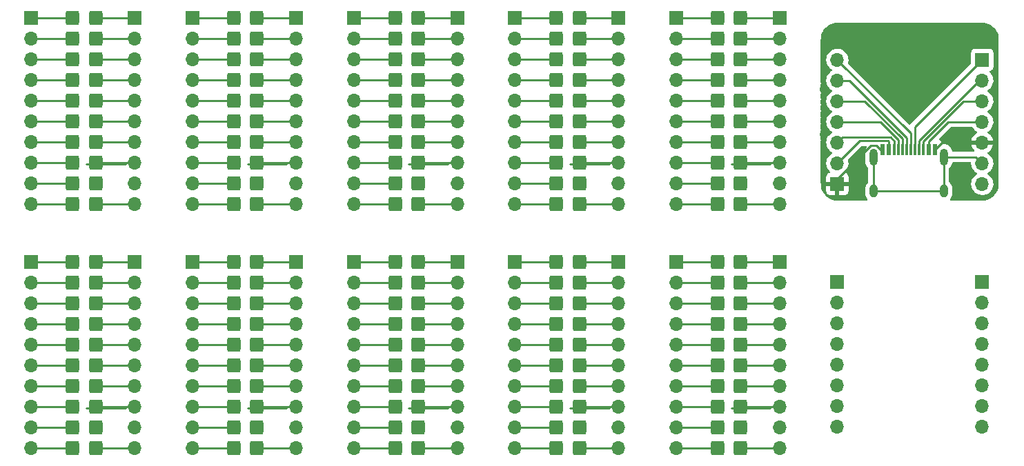
<source format=gbr>
%TF.GenerationSoftware,KiCad,Pcbnew,(6.0.2)*%
%TF.CreationDate,2022-03-22T07:25:02-04:00*%
%TF.ProjectId,Panel_Design_1,50616e65-6c5f-4446-9573-69676e5f312e,rev?*%
%TF.SameCoordinates,Original*%
%TF.FileFunction,Copper,L1,Top*%
%TF.FilePolarity,Positive*%
%FSLAX46Y46*%
G04 Gerber Fmt 4.6, Leading zero omitted, Abs format (unit mm)*
G04 Created by KiCad (PCBNEW (6.0.2)) date 2022-03-22 07:25:02*
%MOMM*%
%LPD*%
G01*
G04 APERTURE LIST*
G04 Aperture macros list*
%AMRoundRect*
0 Rectangle with rounded corners*
0 $1 Rounding radius*
0 $2 $3 $4 $5 $6 $7 $8 $9 X,Y pos of 4 corners*
0 Add a 4 corners polygon primitive as box body*
4,1,4,$2,$3,$4,$5,$6,$7,$8,$9,$2,$3,0*
0 Add four circle primitives for the rounded corners*
1,1,$1+$1,$2,$3*
1,1,$1+$1,$4,$5*
1,1,$1+$1,$6,$7*
1,1,$1+$1,$8,$9*
0 Add four rect primitives between the rounded corners*
20,1,$1+$1,$2,$3,$4,$5,0*
20,1,$1+$1,$4,$5,$6,$7,0*
20,1,$1+$1,$6,$7,$8,$9,0*
20,1,$1+$1,$8,$9,$2,$3,0*%
G04 Aperture macros list end*
%TA.AperFunction,ComponentPad*%
%ADD10R,1.700000X1.700000*%
%TD*%
%TA.AperFunction,ComponentPad*%
%ADD11O,1.700000X1.700000*%
%TD*%
%TA.AperFunction,SMDPad,CuDef*%
%ADD12RoundRect,0.289474X-0.535526X-0.585526X0.535526X-0.585526X0.535526X0.585526X-0.535526X0.585526X0*%
%TD*%
%TA.AperFunction,SMDPad,CuDef*%
%ADD13R,0.600000X1.450000*%
%TD*%
%TA.AperFunction,SMDPad,CuDef*%
%ADD14R,0.300000X1.450000*%
%TD*%
%TA.AperFunction,ComponentPad*%
%ADD15O,1.000000X2.100000*%
%TD*%
%TA.AperFunction,ComponentPad*%
%ADD16O,1.000000X1.600000*%
%TD*%
%TA.AperFunction,Conductor*%
%ADD17C,0.250000*%
%TD*%
G04 APERTURE END LIST*
D10*
%TO.P,J40,1,Pin_1*%
%TO.N,Net-(G1-Pad2)*%
X117220000Y-23400000D03*
D11*
%TO.P,J40,2,Pin_2*%
%TO.N,Net-(G2-Pad2)*%
X117220000Y-25940000D03*
%TO.P,J40,3,Pin_3*%
%TO.N,Net-(G3-Pad2)*%
X117220000Y-28480000D03*
%TO.P,J40,4,Pin_4*%
%TO.N,Net-(G4-Pad2)*%
X117220000Y-31020000D03*
%TO.P,J40,5,Pin_5*%
%TO.N,Net-(G5-Pad2)*%
X117220000Y-33560000D03*
%TO.P,J40,6,Pin_6*%
%TO.N,Net-(G6-Pad2)*%
X117220000Y-36100000D03*
%TO.P,J40,7,Pin_7*%
%TO.N,Net-(G7-Pad2)*%
X117220000Y-38640000D03*
%TO.P,J40,8,Pin_8*%
%TO.N,Net-(G8-Pad2)*%
X117220000Y-41180000D03*
%TO.P,J40,9,Pin_9*%
%TO.N,Net-(G9-Pad2)*%
X117220000Y-43720000D03*
%TO.P,J40,10,Pin_10*%
%TO.N,Net-(G10-Pad2)*%
X117220000Y-46260000D03*
%TD*%
D12*
%TO.P,G47,1*%
%TO.N,Net-(G7-Pad1)*%
X109599100Y-38640000D03*
%TO.P,G47,2*%
%TO.N,Net-(G7-Pad2)*%
X112421400Y-38640000D03*
%TD*%
%TO.P,G27,1*%
%TO.N,Net-(G7-Pad1)*%
X70039100Y-38640000D03*
%TO.P,G27,2*%
%TO.N,Net-(G7-Pad2)*%
X72861400Y-38640000D03*
%TD*%
%TO.P,G76,1*%
%TO.N,Net-(G6-Pad1)*%
X70039100Y-66040000D03*
%TO.P,G76,2*%
%TO.N,Net-(G6-Pad2)*%
X72861400Y-66040000D03*
%TD*%
%TO.P,G78,1*%
%TO.N,Net-(G8-Pad1)*%
X70039100Y-71120000D03*
%TO.P,G78,2*%
%TO.N,Net-(G8-Pad2)*%
X72861400Y-71120000D03*
%TD*%
%TO.P,G30,1*%
%TO.N,Net-(G10-Pad1)*%
X70039100Y-46260000D03*
%TO.P,G30,2*%
%TO.N,Net-(G10-Pad2)*%
X72861400Y-46260000D03*
%TD*%
%TO.P,G87,1*%
%TO.N,Net-(G7-Pad1)*%
X89819100Y-68580000D03*
%TO.P,G87,2*%
%TO.N,Net-(G7-Pad2)*%
X92641400Y-68580000D03*
%TD*%
%TO.P,G84,1*%
%TO.N,Net-(G4-Pad1)*%
X89819100Y-60960000D03*
%TO.P,G84,2*%
%TO.N,Net-(G4-Pad2)*%
X92641400Y-60960000D03*
%TD*%
%TO.P,G14,1*%
%TO.N,Net-(G4-Pad1)*%
X50259100Y-31020000D03*
%TO.P,G14,2*%
%TO.N,Net-(G4-Pad2)*%
X53081400Y-31020000D03*
%TD*%
%TO.P,G13,1*%
%TO.N,Net-(G3-Pad1)*%
X50259100Y-28480000D03*
%TO.P,G13,2*%
%TO.N,Net-(G3-Pad2)*%
X53081400Y-28480000D03*
%TD*%
D10*
%TO.P,J4,1,Pin_1*%
%TO.N,Net-(G1-Pad2)*%
X38100000Y-23400000D03*
D11*
%TO.P,J4,2,Pin_2*%
%TO.N,Net-(G2-Pad2)*%
X38100000Y-25940000D03*
%TO.P,J4,3,Pin_3*%
%TO.N,Net-(G3-Pad2)*%
X38100000Y-28480000D03*
%TO.P,J4,4,Pin_4*%
%TO.N,Net-(G4-Pad2)*%
X38100000Y-31020000D03*
%TO.P,J4,5,Pin_5*%
%TO.N,Net-(G5-Pad2)*%
X38100000Y-33560000D03*
%TO.P,J4,6,Pin_6*%
%TO.N,Net-(G6-Pad2)*%
X38100000Y-36100000D03*
%TO.P,J4,7,Pin_7*%
%TO.N,Net-(G7-Pad2)*%
X38100000Y-38640000D03*
%TO.P,J4,8,Pin_8*%
%TO.N,Net-(G8-Pad2)*%
X38100000Y-41180000D03*
%TO.P,J4,9,Pin_9*%
%TO.N,Net-(G9-Pad2)*%
X38100000Y-43720000D03*
%TO.P,J4,10,Pin_10*%
%TO.N,Net-(G10-Pad2)*%
X38100000Y-46260000D03*
%TD*%
D12*
%TO.P,G19,1*%
%TO.N,Net-(G9-Pad1)*%
X50259100Y-43720000D03*
%TO.P,G19,2*%
%TO.N,Net-(G9-Pad2)*%
X53081400Y-43720000D03*
%TD*%
%TO.P,G4,1*%
%TO.N,Net-(G4-Pad1)*%
X30479100Y-31020000D03*
%TO.P,G4,2*%
%TO.N,Net-(G4-Pad2)*%
X33301400Y-31020000D03*
%TD*%
%TO.P,G10,1*%
%TO.N,Net-(G10-Pad1)*%
X30479100Y-46260000D03*
%TO.P,G10,2*%
%TO.N,Net-(G10-Pad2)*%
X33301400Y-46260000D03*
%TD*%
%TO.P,G3,1*%
%TO.N,Net-(G3-Pad1)*%
X30479100Y-28480000D03*
%TO.P,G3,2*%
%TO.N,Net-(G3-Pad2)*%
X33301400Y-28480000D03*
%TD*%
D10*
%TO.P,J48,1,Pin_1*%
%TO.N,Net-(G1-Pad2)*%
X97440000Y-53340000D03*
D11*
%TO.P,J48,2,Pin_2*%
%TO.N,Net-(G2-Pad2)*%
X97440000Y-55880000D03*
%TO.P,J48,3,Pin_3*%
%TO.N,Net-(G3-Pad2)*%
X97440000Y-58420000D03*
%TO.P,J48,4,Pin_4*%
%TO.N,Net-(G4-Pad2)*%
X97440000Y-60960000D03*
%TO.P,J48,5,Pin_5*%
%TO.N,Net-(G5-Pad2)*%
X97440000Y-63500000D03*
%TO.P,J48,6,Pin_6*%
%TO.N,Net-(G6-Pad2)*%
X97440000Y-66040000D03*
%TO.P,J48,7,Pin_7*%
%TO.N,Net-(G7-Pad2)*%
X97440000Y-68580000D03*
%TO.P,J48,8,Pin_8*%
%TO.N,Net-(G8-Pad2)*%
X97440000Y-71120000D03*
%TO.P,J48,9,Pin_9*%
%TO.N,Net-(G9-Pad2)*%
X97440000Y-73660000D03*
%TO.P,J48,10,Pin_10*%
%TO.N,Net-(G10-Pad2)*%
X97440000Y-76200000D03*
%TD*%
D12*
%TO.P,G46,1*%
%TO.N,Net-(G6-Pad1)*%
X109599100Y-36100000D03*
%TO.P,G46,2*%
%TO.N,Net-(G6-Pad2)*%
X112421400Y-36100000D03*
%TD*%
%TO.P,G90,1*%
%TO.N,Net-(G10-Pad1)*%
X89819100Y-76200000D03*
%TO.P,G90,2*%
%TO.N,Net-(G10-Pad2)*%
X92641400Y-76200000D03*
%TD*%
D10*
%TO.P,J2,1,Pin_1*%
%TO.N,Net-(G1-Pad1)*%
X25400000Y-23400000D03*
D11*
%TO.P,J2,2,Pin_2*%
%TO.N,Net-(G2-Pad1)*%
X25400000Y-25940000D03*
%TO.P,J2,3,Pin_3*%
%TO.N,Net-(G3-Pad1)*%
X25400000Y-28480000D03*
%TO.P,J2,4,Pin_4*%
%TO.N,Net-(G4-Pad1)*%
X25400000Y-31020000D03*
%TO.P,J2,5,Pin_5*%
%TO.N,Net-(G5-Pad1)*%
X25400000Y-33560000D03*
%TO.P,J2,6,Pin_6*%
%TO.N,Net-(G6-Pad1)*%
X25400000Y-36100000D03*
%TO.P,J2,7,Pin_7*%
%TO.N,Net-(G7-Pad1)*%
X25400000Y-38640000D03*
%TO.P,J2,8,Pin_8*%
%TO.N,Net-(G8-Pad1)*%
X25400000Y-41180000D03*
%TO.P,J2,9,Pin_9*%
%TO.N,Net-(G9-Pad1)*%
X25400000Y-43720000D03*
%TO.P,J2,10,Pin_10*%
%TO.N,Net-(G10-Pad1)*%
X25400000Y-46260000D03*
%TD*%
D12*
%TO.P,G1,1*%
%TO.N,Net-(G1-Pad1)*%
X30479100Y-23400000D03*
%TO.P,G1,2*%
%TO.N,Net-(G1-Pad2)*%
X33301400Y-23400000D03*
%TD*%
%TO.P,G64,1*%
%TO.N,Net-(G4-Pad1)*%
X50259100Y-60960000D03*
%TO.P,G64,2*%
%TO.N,Net-(G4-Pad2)*%
X53081400Y-60960000D03*
%TD*%
%TO.P,G57,1*%
%TO.N,Net-(G7-Pad1)*%
X30479100Y-68580000D03*
%TO.P,G57,2*%
%TO.N,Net-(G7-Pad2)*%
X33301400Y-68580000D03*
%TD*%
%TO.P,G34,1*%
%TO.N,Net-(G4-Pad1)*%
X89819100Y-31020000D03*
%TO.P,G34,2*%
%TO.N,Net-(G4-Pad2)*%
X92641400Y-31020000D03*
%TD*%
%TO.P,G66,1*%
%TO.N,Net-(G6-Pad1)*%
X50259100Y-66040000D03*
%TO.P,G66,2*%
%TO.N,Net-(G6-Pad2)*%
X53081400Y-66040000D03*
%TD*%
%TO.P,G41,1*%
%TO.N,Net-(G1-Pad1)*%
X109599100Y-23400000D03*
%TO.P,G41,2*%
%TO.N,Net-(G1-Pad2)*%
X112421400Y-23400000D03*
%TD*%
%TO.P,G8,1*%
%TO.N,Net-(G8-Pad1)*%
X30479100Y-41180000D03*
%TO.P,G8,2*%
%TO.N,Net-(G8-Pad2)*%
X33301400Y-41180000D03*
%TD*%
D10*
%TO.P,J37,1,Pin_1*%
%TO.N,Net-(G1-Pad1)*%
X84740000Y-23400000D03*
D11*
%TO.P,J37,2,Pin_2*%
%TO.N,Net-(G2-Pad1)*%
X84740000Y-25940000D03*
%TO.P,J37,3,Pin_3*%
%TO.N,Net-(G3-Pad1)*%
X84740000Y-28480000D03*
%TO.P,J37,4,Pin_4*%
%TO.N,Net-(G4-Pad1)*%
X84740000Y-31020000D03*
%TO.P,J37,5,Pin_5*%
%TO.N,Net-(G5-Pad1)*%
X84740000Y-33560000D03*
%TO.P,J37,6,Pin_6*%
%TO.N,Net-(G6-Pad1)*%
X84740000Y-36100000D03*
%TO.P,J37,7,Pin_7*%
%TO.N,Net-(G7-Pad1)*%
X84740000Y-38640000D03*
%TO.P,J37,8,Pin_8*%
%TO.N,Net-(G8-Pad1)*%
X84740000Y-41180000D03*
%TO.P,J37,9,Pin_9*%
%TO.N,Net-(G9-Pad1)*%
X84740000Y-43720000D03*
%TO.P,J37,10,Pin_10*%
%TO.N,Net-(G10-Pad1)*%
X84740000Y-46260000D03*
%TD*%
D10*
%TO.P,J34,1,Pin_1*%
%TO.N,Net-(G1-Pad2)*%
X57880000Y-23400000D03*
D11*
%TO.P,J34,2,Pin_2*%
%TO.N,Net-(G2-Pad2)*%
X57880000Y-25940000D03*
%TO.P,J34,3,Pin_3*%
%TO.N,Net-(G3-Pad2)*%
X57880000Y-28480000D03*
%TO.P,J34,4,Pin_4*%
%TO.N,Net-(G4-Pad2)*%
X57880000Y-31020000D03*
%TO.P,J34,5,Pin_5*%
%TO.N,Net-(G5-Pad2)*%
X57880000Y-33560000D03*
%TO.P,J34,6,Pin_6*%
%TO.N,Net-(G6-Pad2)*%
X57880000Y-36100000D03*
%TO.P,J34,7,Pin_7*%
%TO.N,Net-(G7-Pad2)*%
X57880000Y-38640000D03*
%TO.P,J34,8,Pin_8*%
%TO.N,Net-(G8-Pad2)*%
X57880000Y-41180000D03*
%TO.P,J34,9,Pin_9*%
%TO.N,Net-(G9-Pad2)*%
X57880000Y-43720000D03*
%TO.P,J34,10,Pin_10*%
%TO.N,Net-(G10-Pad2)*%
X57880000Y-46260000D03*
%TD*%
D12*
%TO.P,G82,1*%
%TO.N,Net-(G2-Pad1)*%
X89819100Y-55880000D03*
%TO.P,G82,2*%
%TO.N,Net-(G2-Pad2)*%
X92641400Y-55880000D03*
%TD*%
%TO.P,G17,1*%
%TO.N,Net-(G7-Pad1)*%
X50259100Y-38640000D03*
%TO.P,G17,2*%
%TO.N,Net-(G7-Pad2)*%
X53081400Y-38640000D03*
%TD*%
%TO.P,G65,1*%
%TO.N,Net-(G5-Pad1)*%
X50259100Y-63500000D03*
%TO.P,G65,2*%
%TO.N,Net-(G5-Pad2)*%
X53081400Y-63500000D03*
%TD*%
%TO.P,G95,1*%
%TO.N,Net-(G5-Pad1)*%
X109599100Y-63500000D03*
%TO.P,G95,2*%
%TO.N,Net-(G5-Pad2)*%
X112421400Y-63500000D03*
%TD*%
D13*
%TO.P,USB1,1,GND*%
%TO.N,GND_2*%
X129835002Y-39559999D03*
%TO.P,USB1,2,VBUS*%
%TO.N,Net-(J18-Pad2)*%
X130610002Y-39559999D03*
D14*
%TO.P,USB1,3,SBU2*%
%TO.N,Net-(J18-Pad3)*%
X131310002Y-39559999D03*
%TO.P,USB1,4,CC1*%
%TO.N,Net-(J18-Pad4)*%
X131810002Y-39559999D03*
%TO.P,USB1,5,DN2*%
%TO.N,Net-(J18-Pad5)*%
X132310002Y-39559999D03*
%TO.P,USB1,6,DP1*%
%TO.N,Net-(J18-Pad6)*%
X132810002Y-39559999D03*
%TO.P,USB1,7,DN1*%
%TO.N,Net-(J18-Pad7)*%
X133310002Y-39559999D03*
%TO.P,USB1,8,DP2*%
%TO.N,Net-(J25-Pad1)*%
X133810002Y-39559999D03*
%TO.P,USB1,9,SBU1*%
%TO.N,Net-(J25-Pad2)*%
X134310002Y-39559999D03*
%TO.P,USB1,10,CC2*%
%TO.N,Net-(J25-Pad3)*%
X134810002Y-39559999D03*
D13*
%TO.P,USB1,11,VBUS*%
%TO.N,Net-(J25-Pad4)*%
X135510002Y-39559999D03*
%TO.P,USB1,12,GND*%
%TO.N,GND_2*%
X136285002Y-39559999D03*
D15*
%TO.P,USB1,13,SHIELD*%
%TO.N,Net-(J25-Pad6)*%
X128740002Y-40474999D03*
D16*
X128740002Y-44654999D03*
X137380002Y-44654999D03*
D15*
X137380002Y-40474999D03*
%TD*%
D12*
%TO.P,G70,1*%
%TO.N,Net-(G10-Pad1)*%
X50259100Y-76200000D03*
%TO.P,G70,2*%
%TO.N,Net-(G10-Pad2)*%
X53081400Y-76200000D03*
%TD*%
D10*
%TO.P,J44,1,Pin_1*%
%TO.N,Net-(G1-Pad2)*%
X57880000Y-53340000D03*
D11*
%TO.P,J44,2,Pin_2*%
%TO.N,Net-(G2-Pad2)*%
X57880000Y-55880000D03*
%TO.P,J44,3,Pin_3*%
%TO.N,Net-(G3-Pad2)*%
X57880000Y-58420000D03*
%TO.P,J44,4,Pin_4*%
%TO.N,Net-(G4-Pad2)*%
X57880000Y-60960000D03*
%TO.P,J44,5,Pin_5*%
%TO.N,Net-(G5-Pad2)*%
X57880000Y-63500000D03*
%TO.P,J44,6,Pin_6*%
%TO.N,Net-(G6-Pad2)*%
X57880000Y-66040000D03*
%TO.P,J44,7,Pin_7*%
%TO.N,Net-(G7-Pad2)*%
X57880000Y-68580000D03*
%TO.P,J44,8,Pin_8*%
%TO.N,Net-(G8-Pad2)*%
X57880000Y-71120000D03*
%TO.P,J44,9,Pin_9*%
%TO.N,Net-(G9-Pad2)*%
X57880000Y-73660000D03*
%TO.P,J44,10,Pin_10*%
%TO.N,Net-(G10-Pad2)*%
X57880000Y-76200000D03*
%TD*%
D12*
%TO.P,G59,1*%
%TO.N,Net-(G9-Pad1)*%
X30479100Y-73660000D03*
%TO.P,G59,2*%
%TO.N,Net-(G9-Pad2)*%
X33301400Y-73660000D03*
%TD*%
%TO.P,G85,1*%
%TO.N,Net-(G5-Pad1)*%
X89819100Y-63500000D03*
%TO.P,G85,2*%
%TO.N,Net-(G5-Pad2)*%
X92641400Y-63500000D03*
%TD*%
%TO.P,G98,1*%
%TO.N,Net-(G8-Pad1)*%
X109599100Y-71120000D03*
%TO.P,G98,2*%
%TO.N,Net-(G8-Pad2)*%
X112421400Y-71120000D03*
%TD*%
%TO.P,G24,1*%
%TO.N,Net-(G4-Pad1)*%
X70039100Y-31020000D03*
%TO.P,G24,2*%
%TO.N,Net-(G4-Pad2)*%
X72861400Y-31020000D03*
%TD*%
%TO.P,G2,1*%
%TO.N,Net-(G2-Pad1)*%
X30479100Y-25940000D03*
%TO.P,G2,2*%
%TO.N,Net-(G2-Pad2)*%
X33301400Y-25940000D03*
%TD*%
%TO.P,G18,1*%
%TO.N,Net-(G8-Pad1)*%
X50259100Y-41180000D03*
%TO.P,G18,2*%
%TO.N,Net-(G8-Pad2)*%
X53081400Y-41180000D03*
%TD*%
D10*
%TO.P,J41,1,Pin_1*%
%TO.N,Net-(G1-Pad1)*%
X25400000Y-53340000D03*
D11*
%TO.P,J41,2,Pin_2*%
%TO.N,Net-(G2-Pad1)*%
X25400000Y-55880000D03*
%TO.P,J41,3,Pin_3*%
%TO.N,Net-(G3-Pad1)*%
X25400000Y-58420000D03*
%TO.P,J41,4,Pin_4*%
%TO.N,Net-(G4-Pad1)*%
X25400000Y-60960000D03*
%TO.P,J41,5,Pin_5*%
%TO.N,Net-(G5-Pad1)*%
X25400000Y-63500000D03*
%TO.P,J41,6,Pin_6*%
%TO.N,Net-(G6-Pad1)*%
X25400000Y-66040000D03*
%TO.P,J41,7,Pin_7*%
%TO.N,Net-(G7-Pad1)*%
X25400000Y-68580000D03*
%TO.P,J41,8,Pin_8*%
%TO.N,Net-(G8-Pad1)*%
X25400000Y-71120000D03*
%TO.P,J41,9,Pin_9*%
%TO.N,Net-(G9-Pad1)*%
X25400000Y-73660000D03*
%TO.P,J41,10,Pin_10*%
%TO.N,Net-(G10-Pad1)*%
X25400000Y-76200000D03*
%TD*%
D12*
%TO.P,G31,1*%
%TO.N,Net-(G1-Pad1)*%
X89819100Y-23400000D03*
%TO.P,G31,2*%
%TO.N,Net-(G1-Pad2)*%
X92641400Y-23400000D03*
%TD*%
%TO.P,G80,1*%
%TO.N,Net-(G10-Pad1)*%
X70039100Y-76200000D03*
%TO.P,G80,2*%
%TO.N,Net-(G10-Pad2)*%
X72861400Y-76200000D03*
%TD*%
%TO.P,G67,1*%
%TO.N,Net-(G7-Pad1)*%
X50259100Y-68580000D03*
%TO.P,G67,2*%
%TO.N,Net-(G7-Pad2)*%
X53081400Y-68580000D03*
%TD*%
%TO.P,G60,1*%
%TO.N,Net-(G10-Pad1)*%
X30479100Y-76200000D03*
%TO.P,G60,2*%
%TO.N,Net-(G10-Pad2)*%
X33301400Y-76200000D03*
%TD*%
%TO.P,G25,1*%
%TO.N,Net-(G5-Pad1)*%
X70039100Y-33560000D03*
%TO.P,G25,2*%
%TO.N,Net-(G5-Pad2)*%
X72861400Y-33560000D03*
%TD*%
D10*
%TO.P,J39,1,Pin_1*%
%TO.N,Net-(G1-Pad1)*%
X104520000Y-23400000D03*
D11*
%TO.P,J39,2,Pin_2*%
%TO.N,Net-(G2-Pad1)*%
X104520000Y-25940000D03*
%TO.P,J39,3,Pin_3*%
%TO.N,Net-(G3-Pad1)*%
X104520000Y-28480000D03*
%TO.P,J39,4,Pin_4*%
%TO.N,Net-(G4-Pad1)*%
X104520000Y-31020000D03*
%TO.P,J39,5,Pin_5*%
%TO.N,Net-(G5-Pad1)*%
X104520000Y-33560000D03*
%TO.P,J39,6,Pin_6*%
%TO.N,Net-(G6-Pad1)*%
X104520000Y-36100000D03*
%TO.P,J39,7,Pin_7*%
%TO.N,Net-(G7-Pad1)*%
X104520000Y-38640000D03*
%TO.P,J39,8,Pin_8*%
%TO.N,Net-(G8-Pad1)*%
X104520000Y-41180000D03*
%TO.P,J39,9,Pin_9*%
%TO.N,Net-(G9-Pad1)*%
X104520000Y-43720000D03*
%TO.P,J39,10,Pin_10*%
%TO.N,Net-(G10-Pad1)*%
X104520000Y-46260000D03*
%TD*%
D12*
%TO.P,G73,1*%
%TO.N,Net-(G3-Pad1)*%
X70039100Y-58420000D03*
%TO.P,G73,2*%
%TO.N,Net-(G3-Pad2)*%
X72861400Y-58420000D03*
%TD*%
D10*
%TO.P,J38,1,Pin_1*%
%TO.N,Net-(G1-Pad2)*%
X97440000Y-23400000D03*
D11*
%TO.P,J38,2,Pin_2*%
%TO.N,Net-(G2-Pad2)*%
X97440000Y-25940000D03*
%TO.P,J38,3,Pin_3*%
%TO.N,Net-(G3-Pad2)*%
X97440000Y-28480000D03*
%TO.P,J38,4,Pin_4*%
%TO.N,Net-(G4-Pad2)*%
X97440000Y-31020000D03*
%TO.P,J38,5,Pin_5*%
%TO.N,Net-(G5-Pad2)*%
X97440000Y-33560000D03*
%TO.P,J38,6,Pin_6*%
%TO.N,Net-(G6-Pad2)*%
X97440000Y-36100000D03*
%TO.P,J38,7,Pin_7*%
%TO.N,Net-(G7-Pad2)*%
X97440000Y-38640000D03*
%TO.P,J38,8,Pin_8*%
%TO.N,Net-(G8-Pad2)*%
X97440000Y-41180000D03*
%TO.P,J38,9,Pin_9*%
%TO.N,Net-(G9-Pad2)*%
X97440000Y-43720000D03*
%TO.P,J38,10,Pin_10*%
%TO.N,Net-(G10-Pad2)*%
X97440000Y-46260000D03*
%TD*%
D12*
%TO.P,G38,1*%
%TO.N,Net-(G8-Pad1)*%
X89819100Y-41180000D03*
%TO.P,G38,2*%
%TO.N,Net-(G8-Pad2)*%
X92641400Y-41180000D03*
%TD*%
%TO.P,G53,1*%
%TO.N,Net-(G3-Pad1)*%
X30479100Y-58420000D03*
%TO.P,G53,2*%
%TO.N,Net-(G3-Pad2)*%
X33301400Y-58420000D03*
%TD*%
D10*
%TO.P,J36,1,Pin_1*%
%TO.N,Net-(G1-Pad2)*%
X77660000Y-23400000D03*
D11*
%TO.P,J36,2,Pin_2*%
%TO.N,Net-(G2-Pad2)*%
X77660000Y-25940000D03*
%TO.P,J36,3,Pin_3*%
%TO.N,Net-(G3-Pad2)*%
X77660000Y-28480000D03*
%TO.P,J36,4,Pin_4*%
%TO.N,Net-(G4-Pad2)*%
X77660000Y-31020000D03*
%TO.P,J36,5,Pin_5*%
%TO.N,Net-(G5-Pad2)*%
X77660000Y-33560000D03*
%TO.P,J36,6,Pin_6*%
%TO.N,Net-(G6-Pad2)*%
X77660000Y-36100000D03*
%TO.P,J36,7,Pin_7*%
%TO.N,Net-(G7-Pad2)*%
X77660000Y-38640000D03*
%TO.P,J36,8,Pin_8*%
%TO.N,Net-(G8-Pad2)*%
X77660000Y-41180000D03*
%TO.P,J36,9,Pin_9*%
%TO.N,Net-(G9-Pad2)*%
X77660000Y-43720000D03*
%TO.P,J36,10,Pin_10*%
%TO.N,Net-(G10-Pad2)*%
X77660000Y-46260000D03*
%TD*%
D12*
%TO.P,G23,1*%
%TO.N,Net-(G3-Pad1)*%
X70039100Y-28480000D03*
%TO.P,G23,2*%
%TO.N,Net-(G3-Pad2)*%
X72861400Y-28480000D03*
%TD*%
D10*
%TO.P,J42,1,Pin_1*%
%TO.N,Net-(G1-Pad2)*%
X38100000Y-53340000D03*
D11*
%TO.P,J42,2,Pin_2*%
%TO.N,Net-(G2-Pad2)*%
X38100000Y-55880000D03*
%TO.P,J42,3,Pin_3*%
%TO.N,Net-(G3-Pad2)*%
X38100000Y-58420000D03*
%TO.P,J42,4,Pin_4*%
%TO.N,Net-(G4-Pad2)*%
X38100000Y-60960000D03*
%TO.P,J42,5,Pin_5*%
%TO.N,Net-(G5-Pad2)*%
X38100000Y-63500000D03*
%TO.P,J42,6,Pin_6*%
%TO.N,Net-(G6-Pad2)*%
X38100000Y-66040000D03*
%TO.P,J42,7,Pin_7*%
%TO.N,Net-(G7-Pad2)*%
X38100000Y-68580000D03*
%TO.P,J42,8,Pin_8*%
%TO.N,Net-(G8-Pad2)*%
X38100000Y-71120000D03*
%TO.P,J42,9,Pin_9*%
%TO.N,Net-(G9-Pad2)*%
X38100000Y-73660000D03*
%TO.P,J42,10,Pin_10*%
%TO.N,Net-(G10-Pad2)*%
X38100000Y-76200000D03*
%TD*%
D12*
%TO.P,G26,1*%
%TO.N,Net-(G6-Pad1)*%
X70039100Y-36100000D03*
%TO.P,G26,2*%
%TO.N,Net-(G6-Pad2)*%
X72861400Y-36100000D03*
%TD*%
%TO.P,G21,1*%
%TO.N,Net-(G1-Pad1)*%
X70039100Y-23400000D03*
%TO.P,G21,2*%
%TO.N,Net-(G1-Pad2)*%
X72861400Y-23400000D03*
%TD*%
%TO.P,G56,1*%
%TO.N,Net-(G6-Pad1)*%
X30479100Y-66040000D03*
%TO.P,G56,2*%
%TO.N,Net-(G6-Pad2)*%
X33301400Y-66040000D03*
%TD*%
%TO.P,G7,1*%
%TO.N,Net-(G7-Pad1)*%
X30479100Y-38640000D03*
%TO.P,G7,2*%
%TO.N,Net-(G7-Pad2)*%
X33301400Y-38640000D03*
%TD*%
D10*
%TO.P,J45,1,Pin_1*%
%TO.N,Net-(G1-Pad1)*%
X64960000Y-53340000D03*
D11*
%TO.P,J45,2,Pin_2*%
%TO.N,Net-(G2-Pad1)*%
X64960000Y-55880000D03*
%TO.P,J45,3,Pin_3*%
%TO.N,Net-(G3-Pad1)*%
X64960000Y-58420000D03*
%TO.P,J45,4,Pin_4*%
%TO.N,Net-(G4-Pad1)*%
X64960000Y-60960000D03*
%TO.P,J45,5,Pin_5*%
%TO.N,Net-(G5-Pad1)*%
X64960000Y-63500000D03*
%TO.P,J45,6,Pin_6*%
%TO.N,Net-(G6-Pad1)*%
X64960000Y-66040000D03*
%TO.P,J45,7,Pin_7*%
%TO.N,Net-(G7-Pad1)*%
X64960000Y-68580000D03*
%TO.P,J45,8,Pin_8*%
%TO.N,Net-(G8-Pad1)*%
X64960000Y-71120000D03*
%TO.P,J45,9,Pin_9*%
%TO.N,Net-(G9-Pad1)*%
X64960000Y-73660000D03*
%TO.P,J45,10,Pin_10*%
%TO.N,Net-(G10-Pad1)*%
X64960000Y-76200000D03*
%TD*%
D12*
%TO.P,G39,1*%
%TO.N,Net-(G9-Pad1)*%
X89819100Y-43720000D03*
%TO.P,G39,2*%
%TO.N,Net-(G9-Pad2)*%
X92641400Y-43720000D03*
%TD*%
%TO.P,G83,1*%
%TO.N,Net-(G3-Pad1)*%
X89819100Y-58420000D03*
%TO.P,G83,2*%
%TO.N,Net-(G3-Pad2)*%
X92641400Y-58420000D03*
%TD*%
%TO.P,G79,1*%
%TO.N,Net-(G9-Pad1)*%
X70039100Y-73660000D03*
%TO.P,G79,2*%
%TO.N,Net-(G9-Pad2)*%
X72861400Y-73660000D03*
%TD*%
%TO.P,G86,1*%
%TO.N,Net-(G6-Pad1)*%
X89819100Y-66040000D03*
%TO.P,G86,2*%
%TO.N,Net-(G6-Pad2)*%
X92641400Y-66040000D03*
%TD*%
%TO.P,G89,1*%
%TO.N,Net-(G9-Pad1)*%
X89819100Y-73660000D03*
%TO.P,G89,2*%
%TO.N,Net-(G9-Pad2)*%
X92641400Y-73660000D03*
%TD*%
%TO.P,G68,1*%
%TO.N,Net-(G8-Pad1)*%
X50259100Y-71120000D03*
%TO.P,G68,2*%
%TO.N,Net-(G8-Pad2)*%
X53081400Y-71120000D03*
%TD*%
%TO.P,G12,1*%
%TO.N,Net-(G2-Pad1)*%
X50259100Y-25940000D03*
%TO.P,G12,2*%
%TO.N,Net-(G2-Pad2)*%
X53081400Y-25940000D03*
%TD*%
%TO.P,G55,1*%
%TO.N,Net-(G5-Pad1)*%
X30479100Y-63500000D03*
%TO.P,G55,2*%
%TO.N,Net-(G5-Pad2)*%
X33301400Y-63500000D03*
%TD*%
%TO.P,G96,1*%
%TO.N,Net-(G6-Pad1)*%
X109599100Y-66040000D03*
%TO.P,G96,2*%
%TO.N,Net-(G6-Pad2)*%
X112421400Y-66040000D03*
%TD*%
%TO.P,G99,1*%
%TO.N,Net-(G9-Pad1)*%
X109599100Y-73660000D03*
%TO.P,G99,2*%
%TO.N,Net-(G9-Pad2)*%
X112421400Y-73660000D03*
%TD*%
%TO.P,G43,1*%
%TO.N,Net-(G3-Pad1)*%
X109599100Y-28480000D03*
%TO.P,G43,2*%
%TO.N,Net-(G3-Pad2)*%
X112421400Y-28480000D03*
%TD*%
D10*
%TO.P,J50,1,Pin_1*%
%TO.N,Net-(G1-Pad2)*%
X117220000Y-53340000D03*
D11*
%TO.P,J50,2,Pin_2*%
%TO.N,Net-(G2-Pad2)*%
X117220000Y-55880000D03*
%TO.P,J50,3,Pin_3*%
%TO.N,Net-(G3-Pad2)*%
X117220000Y-58420000D03*
%TO.P,J50,4,Pin_4*%
%TO.N,Net-(G4-Pad2)*%
X117220000Y-60960000D03*
%TO.P,J50,5,Pin_5*%
%TO.N,Net-(G5-Pad2)*%
X117220000Y-63500000D03*
%TO.P,J50,6,Pin_6*%
%TO.N,Net-(G6-Pad2)*%
X117220000Y-66040000D03*
%TO.P,J50,7,Pin_7*%
%TO.N,Net-(G7-Pad2)*%
X117220000Y-68580000D03*
%TO.P,J50,8,Pin_8*%
%TO.N,Net-(G8-Pad2)*%
X117220000Y-71120000D03*
%TO.P,J50,9,Pin_9*%
%TO.N,Net-(G9-Pad2)*%
X117220000Y-73660000D03*
%TO.P,J50,10,Pin_10*%
%TO.N,Net-(G10-Pad2)*%
X117220000Y-76200000D03*
%TD*%
D10*
%TO.P,J13,1,Pin_1*%
%TO.N,Net-(J13-Pad1)*%
X124300001Y-55810001D03*
D11*
%TO.P,J13,2,Pin_2*%
%TO.N,Net-(J13-Pad2)*%
X124300001Y-58350001D03*
%TO.P,J13,3,Pin_3*%
%TO.N,Net-(J13-Pad3)*%
X124300001Y-60890001D03*
%TO.P,J13,4,Pin_4*%
%TO.N,Net-(J13-Pad4)*%
X124300001Y-63430001D03*
%TO.P,J13,5,Pin_5*%
%TO.N,Net-(J13-Pad5)*%
X124300001Y-65970001D03*
%TO.P,J13,6,Pin_6*%
%TO.N,Net-(J13-Pad6)*%
X124300001Y-68510001D03*
%TO.P,J13,7,Pin_7*%
%TO.N,Net-(J13-Pad7)*%
X124300001Y-71050001D03*
%TO.P,J13,8,Pin_8*%
%TO.N,Net-(J13-Pad8)*%
X124300001Y-73590001D03*
%TD*%
D12*
%TO.P,G29,1*%
%TO.N,Net-(G9-Pad1)*%
X70039100Y-43720000D03*
%TO.P,G29,2*%
%TO.N,Net-(G9-Pad2)*%
X72861400Y-43720000D03*
%TD*%
%TO.P,G48,1*%
%TO.N,Net-(G8-Pad1)*%
X109599100Y-41180000D03*
%TO.P,G48,2*%
%TO.N,Net-(G8-Pad2)*%
X112421400Y-41180000D03*
%TD*%
%TO.P,G42,1*%
%TO.N,Net-(G2-Pad1)*%
X109599100Y-25940000D03*
%TO.P,G42,2*%
%TO.N,Net-(G2-Pad2)*%
X112421400Y-25940000D03*
%TD*%
%TO.P,G6,1*%
%TO.N,Net-(G6-Pad1)*%
X30479100Y-36100000D03*
%TO.P,G6,2*%
%TO.N,Net-(G6-Pad2)*%
X33301400Y-36100000D03*
%TD*%
%TO.P,G49,1*%
%TO.N,Net-(G9-Pad1)*%
X109599100Y-43720000D03*
%TO.P,G49,2*%
%TO.N,Net-(G9-Pad2)*%
X112421400Y-43720000D03*
%TD*%
D10*
%TO.P,J47,1,Pin_1*%
%TO.N,Net-(G1-Pad1)*%
X84740000Y-53340000D03*
D11*
%TO.P,J47,2,Pin_2*%
%TO.N,Net-(G2-Pad1)*%
X84740000Y-55880000D03*
%TO.P,J47,3,Pin_3*%
%TO.N,Net-(G3-Pad1)*%
X84740000Y-58420000D03*
%TO.P,J47,4,Pin_4*%
%TO.N,Net-(G4-Pad1)*%
X84740000Y-60960000D03*
%TO.P,J47,5,Pin_5*%
%TO.N,Net-(G5-Pad1)*%
X84740000Y-63500000D03*
%TO.P,J47,6,Pin_6*%
%TO.N,Net-(G6-Pad1)*%
X84740000Y-66040000D03*
%TO.P,J47,7,Pin_7*%
%TO.N,Net-(G7-Pad1)*%
X84740000Y-68580000D03*
%TO.P,J47,8,Pin_8*%
%TO.N,Net-(G8-Pad1)*%
X84740000Y-71120000D03*
%TO.P,J47,9,Pin_9*%
%TO.N,Net-(G9-Pad1)*%
X84740000Y-73660000D03*
%TO.P,J47,10,Pin_10*%
%TO.N,Net-(G10-Pad1)*%
X84740000Y-76200000D03*
%TD*%
D12*
%TO.P,G93,1*%
%TO.N,Net-(G3-Pad1)*%
X109599100Y-58420000D03*
%TO.P,G93,2*%
%TO.N,Net-(G3-Pad2)*%
X112421400Y-58420000D03*
%TD*%
D10*
%TO.P,J25,1,Pin_1*%
%TO.N,Net-(J25-Pad1)*%
X142080002Y-28549999D03*
D11*
%TO.P,J25,2,Pin_2*%
%TO.N,Net-(J25-Pad2)*%
X142080002Y-31089999D03*
%TO.P,J25,3,Pin_3*%
%TO.N,Net-(J25-Pad3)*%
X142080002Y-33629999D03*
%TO.P,J25,4,Pin_4*%
%TO.N,Net-(J25-Pad4)*%
X142080002Y-36169999D03*
%TO.P,J25,5,Pin_5*%
%TO.N,GND_2*%
X142080002Y-38709999D03*
%TO.P,J25,6,Pin_6*%
%TO.N,Net-(J25-Pad6)*%
X142080002Y-41249999D03*
%TO.P,J25,7,Pin_7*%
%TO.N,unconnected-(J25-Pad7)*%
X142080002Y-43789999D03*
%TD*%
D12*
%TO.P,G72,1*%
%TO.N,Net-(G2-Pad1)*%
X70039100Y-55880000D03*
%TO.P,G72,2*%
%TO.N,Net-(G2-Pad2)*%
X72861400Y-55880000D03*
%TD*%
%TO.P,G75,1*%
%TO.N,Net-(G5-Pad1)*%
X70039100Y-63500000D03*
%TO.P,G75,2*%
%TO.N,Net-(G5-Pad2)*%
X72861400Y-63500000D03*
%TD*%
D10*
%TO.P,J35,1,Pin_1*%
%TO.N,Net-(G1-Pad1)*%
X64960000Y-23400000D03*
D11*
%TO.P,J35,2,Pin_2*%
%TO.N,Net-(G2-Pad1)*%
X64960000Y-25940000D03*
%TO.P,J35,3,Pin_3*%
%TO.N,Net-(G3-Pad1)*%
X64960000Y-28480000D03*
%TO.P,J35,4,Pin_4*%
%TO.N,Net-(G4-Pad1)*%
X64960000Y-31020000D03*
%TO.P,J35,5,Pin_5*%
%TO.N,Net-(G5-Pad1)*%
X64960000Y-33560000D03*
%TO.P,J35,6,Pin_6*%
%TO.N,Net-(G6-Pad1)*%
X64960000Y-36100000D03*
%TO.P,J35,7,Pin_7*%
%TO.N,Net-(G7-Pad1)*%
X64960000Y-38640000D03*
%TO.P,J35,8,Pin_8*%
%TO.N,Net-(G8-Pad1)*%
X64960000Y-41180000D03*
%TO.P,J35,9,Pin_9*%
%TO.N,Net-(G9-Pad1)*%
X64960000Y-43720000D03*
%TO.P,J35,10,Pin_10*%
%TO.N,Net-(G10-Pad1)*%
X64960000Y-46260000D03*
%TD*%
D12*
%TO.P,G9,1*%
%TO.N,Net-(G9-Pad1)*%
X30479100Y-43720000D03*
%TO.P,G9,2*%
%TO.N,Net-(G9-Pad2)*%
X33301400Y-43720000D03*
%TD*%
%TO.P,G16,1*%
%TO.N,Net-(G6-Pad1)*%
X50259100Y-36100000D03*
%TO.P,G16,2*%
%TO.N,Net-(G6-Pad2)*%
X53081400Y-36100000D03*
%TD*%
D10*
%TO.P,J46,1,Pin_1*%
%TO.N,Net-(G1-Pad2)*%
X77660000Y-53340000D03*
D11*
%TO.P,J46,2,Pin_2*%
%TO.N,Net-(G2-Pad2)*%
X77660000Y-55880000D03*
%TO.P,J46,3,Pin_3*%
%TO.N,Net-(G3-Pad2)*%
X77660000Y-58420000D03*
%TO.P,J46,4,Pin_4*%
%TO.N,Net-(G4-Pad2)*%
X77660000Y-60960000D03*
%TO.P,J46,5,Pin_5*%
%TO.N,Net-(G5-Pad2)*%
X77660000Y-63500000D03*
%TO.P,J46,6,Pin_6*%
%TO.N,Net-(G6-Pad2)*%
X77660000Y-66040000D03*
%TO.P,J46,7,Pin_7*%
%TO.N,Net-(G7-Pad2)*%
X77660000Y-68580000D03*
%TO.P,J46,8,Pin_8*%
%TO.N,Net-(G8-Pad2)*%
X77660000Y-71120000D03*
%TO.P,J46,9,Pin_9*%
%TO.N,Net-(G9-Pad2)*%
X77660000Y-73660000D03*
%TO.P,J46,10,Pin_10*%
%TO.N,Net-(G10-Pad2)*%
X77660000Y-76200000D03*
%TD*%
D10*
%TO.P,J14,1,Pin_1*%
%TO.N,Net-(J14-Pad1)*%
X142080001Y-55810001D03*
D11*
%TO.P,J14,2,Pin_2*%
%TO.N,Net-(J14-Pad2)*%
X142080001Y-58350001D03*
%TO.P,J14,3,Pin_3*%
%TO.N,Net-(J14-Pad3)*%
X142080001Y-60890001D03*
%TO.P,J14,4,Pin_4*%
%TO.N,Net-(J14-Pad4)*%
X142080001Y-63430001D03*
%TO.P,J14,5,Pin_5*%
%TO.N,Net-(J14-Pad5)*%
X142080001Y-65970001D03*
%TO.P,J14,6,Pin_6*%
%TO.N,Net-(J14-Pad6)*%
X142080001Y-68510001D03*
%TO.P,J14,7,Pin_7*%
%TO.N,Net-(J14-Pad7)*%
X142080001Y-71050001D03*
%TO.P,J14,8,Pin_8*%
%TO.N,Net-(J14-Pad8)*%
X142080001Y-73590001D03*
%TD*%
D12*
%TO.P,G63,1*%
%TO.N,Net-(G3-Pad1)*%
X50259100Y-58420000D03*
%TO.P,G63,2*%
%TO.N,Net-(G3-Pad2)*%
X53081400Y-58420000D03*
%TD*%
%TO.P,G88,1*%
%TO.N,Net-(G8-Pad1)*%
X89819100Y-71120000D03*
%TO.P,G88,2*%
%TO.N,Net-(G8-Pad2)*%
X92641400Y-71120000D03*
%TD*%
D10*
%TO.P,J49,1,Pin_1*%
%TO.N,Net-(G1-Pad1)*%
X104520000Y-53340000D03*
D11*
%TO.P,J49,2,Pin_2*%
%TO.N,Net-(G2-Pad1)*%
X104520000Y-55880000D03*
%TO.P,J49,3,Pin_3*%
%TO.N,Net-(G3-Pad1)*%
X104520000Y-58420000D03*
%TO.P,J49,4,Pin_4*%
%TO.N,Net-(G4-Pad1)*%
X104520000Y-60960000D03*
%TO.P,J49,5,Pin_5*%
%TO.N,Net-(G5-Pad1)*%
X104520000Y-63500000D03*
%TO.P,J49,6,Pin_6*%
%TO.N,Net-(G6-Pad1)*%
X104520000Y-66040000D03*
%TO.P,J49,7,Pin_7*%
%TO.N,Net-(G7-Pad1)*%
X104520000Y-68580000D03*
%TO.P,J49,8,Pin_8*%
%TO.N,Net-(G8-Pad1)*%
X104520000Y-71120000D03*
%TO.P,J49,9,Pin_9*%
%TO.N,Net-(G9-Pad1)*%
X104520000Y-73660000D03*
%TO.P,J49,10,Pin_10*%
%TO.N,Net-(G10-Pad1)*%
X104520000Y-76200000D03*
%TD*%
D12*
%TO.P,G62,1*%
%TO.N,Net-(G2-Pad1)*%
X50259100Y-55880000D03*
%TO.P,G62,2*%
%TO.N,Net-(G2-Pad2)*%
X53081400Y-55880000D03*
%TD*%
%TO.P,G97,1*%
%TO.N,Net-(G7-Pad1)*%
X109599100Y-68580000D03*
%TO.P,G97,2*%
%TO.N,Net-(G7-Pad2)*%
X112421400Y-68580000D03*
%TD*%
%TO.P,G37,1*%
%TO.N,Net-(G7-Pad1)*%
X89819100Y-38640000D03*
%TO.P,G37,2*%
%TO.N,Net-(G7-Pad2)*%
X92641400Y-38640000D03*
%TD*%
%TO.P,G5,1*%
%TO.N,Net-(G5-Pad1)*%
X30479100Y-33560000D03*
%TO.P,G5,2*%
%TO.N,Net-(G5-Pad2)*%
X33301400Y-33560000D03*
%TD*%
%TO.P,G94,1*%
%TO.N,Net-(G4-Pad1)*%
X109599100Y-60960000D03*
%TO.P,G94,2*%
%TO.N,Net-(G4-Pad2)*%
X112421400Y-60960000D03*
%TD*%
%TO.P,G28,1*%
%TO.N,Net-(G8-Pad1)*%
X70039100Y-41180000D03*
%TO.P,G28,2*%
%TO.N,Net-(G8-Pad2)*%
X72861400Y-41180000D03*
%TD*%
%TO.P,G69,1*%
%TO.N,Net-(G9-Pad1)*%
X50259100Y-73660000D03*
%TO.P,G69,2*%
%TO.N,Net-(G9-Pad2)*%
X53081400Y-73660000D03*
%TD*%
%TO.P,G15,1*%
%TO.N,Net-(G5-Pad1)*%
X50259100Y-33560000D03*
%TO.P,G15,2*%
%TO.N,Net-(G5-Pad2)*%
X53081400Y-33560000D03*
%TD*%
D10*
%TO.P,J18,1,Pin_1*%
%TO.N,GND_2*%
X124300002Y-43789999D03*
D11*
%TO.P,J18,2,Pin_2*%
%TO.N,Net-(J18-Pad2)*%
X124300002Y-41249999D03*
%TO.P,J18,3,Pin_3*%
%TO.N,Net-(J18-Pad3)*%
X124300002Y-38709999D03*
%TO.P,J18,4,Pin_4*%
%TO.N,Net-(J18-Pad4)*%
X124300002Y-36169999D03*
%TO.P,J18,5,Pin_5*%
%TO.N,Net-(J18-Pad5)*%
X124300002Y-33629999D03*
%TO.P,J18,6,Pin_6*%
%TO.N,Net-(J18-Pad6)*%
X124300002Y-31089999D03*
%TO.P,J18,7,Pin_7*%
%TO.N,Net-(J18-Pad7)*%
X124300002Y-28549999D03*
%TD*%
D12*
%TO.P,G45,1*%
%TO.N,Net-(G5-Pad1)*%
X109599100Y-33560000D03*
%TO.P,G45,2*%
%TO.N,Net-(G5-Pad2)*%
X112421400Y-33560000D03*
%TD*%
%TO.P,G92,1*%
%TO.N,Net-(G2-Pad1)*%
X109599100Y-55880000D03*
%TO.P,G92,2*%
%TO.N,Net-(G2-Pad2)*%
X112421400Y-55880000D03*
%TD*%
%TO.P,G61,1*%
%TO.N,Net-(G1-Pad1)*%
X50259100Y-53340000D03*
%TO.P,G61,2*%
%TO.N,Net-(G1-Pad2)*%
X53081400Y-53340000D03*
%TD*%
%TO.P,G36,1*%
%TO.N,Net-(G6-Pad1)*%
X89819100Y-36100000D03*
%TO.P,G36,2*%
%TO.N,Net-(G6-Pad2)*%
X92641400Y-36100000D03*
%TD*%
%TO.P,G71,1*%
%TO.N,Net-(G1-Pad1)*%
X70039100Y-53340000D03*
%TO.P,G71,2*%
%TO.N,Net-(G1-Pad2)*%
X72861400Y-53340000D03*
%TD*%
%TO.P,G52,1*%
%TO.N,Net-(G2-Pad1)*%
X30479100Y-55880000D03*
%TO.P,G52,2*%
%TO.N,Net-(G2-Pad2)*%
X33301400Y-55880000D03*
%TD*%
%TO.P,G77,1*%
%TO.N,Net-(G7-Pad1)*%
X70039100Y-68580000D03*
%TO.P,G77,2*%
%TO.N,Net-(G7-Pad2)*%
X72861400Y-68580000D03*
%TD*%
%TO.P,G33,1*%
%TO.N,Net-(G3-Pad1)*%
X89819100Y-28480000D03*
%TO.P,G33,2*%
%TO.N,Net-(G3-Pad2)*%
X92641400Y-28480000D03*
%TD*%
%TO.P,G40,1*%
%TO.N,Net-(G10-Pad1)*%
X89819100Y-46260000D03*
%TO.P,G40,2*%
%TO.N,Net-(G10-Pad2)*%
X92641400Y-46260000D03*
%TD*%
%TO.P,G100,1*%
%TO.N,Net-(G10-Pad1)*%
X109599100Y-76200000D03*
%TO.P,G100,2*%
%TO.N,Net-(G10-Pad2)*%
X112421400Y-76200000D03*
%TD*%
%TO.P,G54,1*%
%TO.N,Net-(G4-Pad1)*%
X30479100Y-60960000D03*
%TO.P,G54,2*%
%TO.N,Net-(G4-Pad2)*%
X33301400Y-60960000D03*
%TD*%
D10*
%TO.P,J33,1,Pin_1*%
%TO.N,Net-(G1-Pad1)*%
X45180000Y-23400000D03*
D11*
%TO.P,J33,2,Pin_2*%
%TO.N,Net-(G2-Pad1)*%
X45180000Y-25940000D03*
%TO.P,J33,3,Pin_3*%
%TO.N,Net-(G3-Pad1)*%
X45180000Y-28480000D03*
%TO.P,J33,4,Pin_4*%
%TO.N,Net-(G4-Pad1)*%
X45180000Y-31020000D03*
%TO.P,J33,5,Pin_5*%
%TO.N,Net-(G5-Pad1)*%
X45180000Y-33560000D03*
%TO.P,J33,6,Pin_6*%
%TO.N,Net-(G6-Pad1)*%
X45180000Y-36100000D03*
%TO.P,J33,7,Pin_7*%
%TO.N,Net-(G7-Pad1)*%
X45180000Y-38640000D03*
%TO.P,J33,8,Pin_8*%
%TO.N,Net-(G8-Pad1)*%
X45180000Y-41180000D03*
%TO.P,J33,9,Pin_9*%
%TO.N,Net-(G9-Pad1)*%
X45180000Y-43720000D03*
%TO.P,J33,10,Pin_10*%
%TO.N,Net-(G10-Pad1)*%
X45180000Y-46260000D03*
%TD*%
D12*
%TO.P,G11,1*%
%TO.N,Net-(G1-Pad1)*%
X50259100Y-23400000D03*
%TO.P,G11,2*%
%TO.N,Net-(G1-Pad2)*%
X53081400Y-23400000D03*
%TD*%
%TO.P,G91,1*%
%TO.N,Net-(G1-Pad1)*%
X109599100Y-53340000D03*
%TO.P,G91,2*%
%TO.N,Net-(G1-Pad2)*%
X112421400Y-53340000D03*
%TD*%
%TO.P,G81,1*%
%TO.N,Net-(G1-Pad1)*%
X89819100Y-53340000D03*
%TO.P,G81,2*%
%TO.N,Net-(G1-Pad2)*%
X92641400Y-53340000D03*
%TD*%
%TO.P,G51,1*%
%TO.N,Net-(G1-Pad1)*%
X30479100Y-53340000D03*
%TO.P,G51,2*%
%TO.N,Net-(G1-Pad2)*%
X33301400Y-53340000D03*
%TD*%
%TO.P,G20,1*%
%TO.N,Net-(G10-Pad1)*%
X50259100Y-46260000D03*
%TO.P,G20,2*%
%TO.N,Net-(G10-Pad2)*%
X53081400Y-46260000D03*
%TD*%
%TO.P,G58,1*%
%TO.N,Net-(G8-Pad1)*%
X30479100Y-71120000D03*
%TO.P,G58,2*%
%TO.N,Net-(G8-Pad2)*%
X33301400Y-71120000D03*
%TD*%
%TO.P,G50,1*%
%TO.N,Net-(G10-Pad1)*%
X109599100Y-46260000D03*
%TO.P,G50,2*%
%TO.N,Net-(G10-Pad2)*%
X112421400Y-46260000D03*
%TD*%
%TO.P,G35,1*%
%TO.N,Net-(G5-Pad1)*%
X89819100Y-33560000D03*
%TO.P,G35,2*%
%TO.N,Net-(G5-Pad2)*%
X92641400Y-33560000D03*
%TD*%
%TO.P,G44,1*%
%TO.N,Net-(G4-Pad1)*%
X109599100Y-31020000D03*
%TO.P,G44,2*%
%TO.N,Net-(G4-Pad2)*%
X112421400Y-31020000D03*
%TD*%
%TO.P,G22,1*%
%TO.N,Net-(G2-Pad1)*%
X70039100Y-25940000D03*
%TO.P,G22,2*%
%TO.N,Net-(G2-Pad2)*%
X72861400Y-25940000D03*
%TD*%
%TO.P,G32,1*%
%TO.N,Net-(G2-Pad1)*%
X89819100Y-25940000D03*
%TO.P,G32,2*%
%TO.N,Net-(G2-Pad2)*%
X92641400Y-25940000D03*
%TD*%
%TO.P,G74,1*%
%TO.N,Net-(G4-Pad1)*%
X70039100Y-60960000D03*
%TO.P,G74,2*%
%TO.N,Net-(G4-Pad2)*%
X72861400Y-60960000D03*
%TD*%
D10*
%TO.P,J43,1,Pin_1*%
%TO.N,Net-(G1-Pad1)*%
X45180000Y-53340000D03*
D11*
%TO.P,J43,2,Pin_2*%
%TO.N,Net-(G2-Pad1)*%
X45180000Y-55880000D03*
%TO.P,J43,3,Pin_3*%
%TO.N,Net-(G3-Pad1)*%
X45180000Y-58420000D03*
%TO.P,J43,4,Pin_4*%
%TO.N,Net-(G4-Pad1)*%
X45180000Y-60960000D03*
%TO.P,J43,5,Pin_5*%
%TO.N,Net-(G5-Pad1)*%
X45180000Y-63500000D03*
%TO.P,J43,6,Pin_6*%
%TO.N,Net-(G6-Pad1)*%
X45180000Y-66040000D03*
%TO.P,J43,7,Pin_7*%
%TO.N,Net-(G7-Pad1)*%
X45180000Y-68580000D03*
%TO.P,J43,8,Pin_8*%
%TO.N,Net-(G8-Pad1)*%
X45180000Y-71120000D03*
%TO.P,J43,9,Pin_9*%
%TO.N,Net-(G9-Pad1)*%
X45180000Y-73660000D03*
%TO.P,J43,10,Pin_10*%
%TO.N,Net-(G10-Pad1)*%
X45180000Y-76200000D03*
%TD*%
D17*
%TO.N,Net-(G1-Pad1)*%
X104774000Y-23400000D02*
X109599100Y-23400000D01*
X104774000Y-53340000D02*
X109599100Y-53340000D01*
X45434000Y-53340000D02*
X50259100Y-53340000D01*
X45434000Y-23400000D02*
X50259100Y-23400000D01*
X25654000Y-53340000D02*
X30479100Y-53340000D01*
X84994000Y-23400000D02*
X89819100Y-23400000D01*
X25654000Y-23400000D02*
X30479100Y-23400000D01*
X84994000Y-53340000D02*
X89819100Y-53340000D01*
X65214000Y-23400000D02*
X70039100Y-23400000D01*
X65214000Y-53340000D02*
X70039100Y-53340000D01*
%TO.N,Net-(G1-Pad2)*%
X38100000Y-23400000D02*
X33301400Y-23400000D01*
X57880000Y-23400000D02*
X53081400Y-23400000D01*
X77660000Y-53340000D02*
X72861400Y-53340000D01*
X117220000Y-53340000D02*
X112421400Y-53340000D01*
X117220000Y-23400000D02*
X112421400Y-23400000D01*
X77660000Y-23400000D02*
X72861400Y-23400000D01*
X97440000Y-53340000D02*
X92641400Y-53340000D01*
X57880000Y-53340000D02*
X53081400Y-53340000D01*
X38100000Y-53340000D02*
X33301400Y-53340000D01*
X97440000Y-23400000D02*
X92641400Y-23400000D01*
%TO.N,Net-(G2-Pad1)*%
X50259100Y-25940000D02*
X45434000Y-25940000D01*
X70039100Y-55880000D02*
X65214000Y-55880000D01*
X89819100Y-25940000D02*
X84994000Y-25940000D01*
X50259100Y-55880000D02*
X45434000Y-55880000D01*
X30479100Y-55880000D02*
X25654000Y-55880000D01*
X109599100Y-25940000D02*
X104774000Y-25940000D01*
X30479100Y-25940000D02*
X25654000Y-25940000D01*
X109599100Y-55880000D02*
X104774000Y-55880000D01*
X70039100Y-25940000D02*
X65214000Y-25940000D01*
X89819100Y-55880000D02*
X84994000Y-55880000D01*
%TO.N,Net-(G2-Pad2)*%
X53081400Y-55880000D02*
X57880000Y-55880000D01*
X92641400Y-25940000D02*
X97440000Y-25940000D01*
X53081400Y-25940000D02*
X57880000Y-25940000D01*
X33301400Y-25940000D02*
X38100000Y-25940000D01*
X92641400Y-55880000D02*
X97440000Y-55880000D01*
X112421400Y-25940000D02*
X117220000Y-25940000D01*
X33301400Y-55880000D02*
X38100000Y-55880000D01*
X72861400Y-55880000D02*
X77660000Y-55880000D01*
X72861400Y-25940000D02*
X77660000Y-25940000D01*
X112421400Y-55880000D02*
X117220000Y-55880000D01*
%TO.N,Net-(G3-Pad1)*%
X45434000Y-58420000D02*
X50259100Y-58420000D01*
X65214000Y-58420000D02*
X70039100Y-58420000D01*
X104774000Y-58420000D02*
X109599100Y-58420000D01*
X65214000Y-28480000D02*
X70039100Y-28480000D01*
X104774000Y-28480000D02*
X109599100Y-28480000D01*
X25654000Y-28480000D02*
X30479100Y-28480000D01*
X84994000Y-28480000D02*
X89819100Y-28480000D01*
X25654000Y-58420000D02*
X30479100Y-58420000D01*
X45434000Y-28480000D02*
X50259100Y-28480000D01*
X84994000Y-58420000D02*
X89819100Y-58420000D01*
%TO.N,Net-(G3-Pad2)*%
X38100000Y-28480000D02*
X33301400Y-28480000D01*
X77660000Y-28480000D02*
X72861400Y-28480000D01*
X97440000Y-28480000D02*
X92641400Y-28480000D01*
X38100000Y-58420000D02*
X33301400Y-58420000D01*
X57880000Y-58420000D02*
X53081400Y-58420000D01*
X117220000Y-28480000D02*
X112421400Y-28480000D01*
X77660000Y-58420000D02*
X72861400Y-58420000D01*
X117220000Y-58420000D02*
X112421400Y-58420000D01*
X57880000Y-28480000D02*
X53081400Y-28480000D01*
X97440000Y-58420000D02*
X92641400Y-58420000D01*
%TO.N,Net-(G4-Pad1)*%
X89819100Y-31020000D02*
X84994000Y-31020000D01*
X109599100Y-60960000D02*
X104774000Y-60960000D01*
X109599100Y-31020000D02*
X104774000Y-31020000D01*
X30479100Y-31020000D02*
X25654000Y-31020000D01*
X30479100Y-60960000D02*
X25654000Y-60960000D01*
X50259100Y-60960000D02*
X45434000Y-60960000D01*
X70039100Y-31020000D02*
X65214000Y-31020000D01*
X70039100Y-60960000D02*
X65214000Y-60960000D01*
X89819100Y-60960000D02*
X84994000Y-60960000D01*
X50259100Y-31020000D02*
X45434000Y-31020000D01*
%TO.N,Net-(G4-Pad2)*%
X53081400Y-60960000D02*
X57880000Y-60960000D01*
X92641400Y-31020000D02*
X97440000Y-31020000D01*
X112421400Y-31020000D02*
X117220000Y-31020000D01*
X33301400Y-60960000D02*
X38100000Y-60960000D01*
X53081400Y-31020000D02*
X57880000Y-31020000D01*
X92641400Y-60960000D02*
X97440000Y-60960000D01*
X112421400Y-60960000D02*
X117220000Y-60960000D01*
X33301400Y-31020000D02*
X38100000Y-31020000D01*
X72861400Y-60960000D02*
X77660000Y-60960000D01*
X72861400Y-31020000D02*
X77660000Y-31020000D01*
%TO.N,Net-(G5-Pad1)*%
X89819100Y-33560000D02*
X84994000Y-33560000D01*
X109599100Y-33560000D02*
X104774000Y-33560000D01*
X89819100Y-63500000D02*
X84994000Y-63500000D01*
X30479100Y-33560000D02*
X25654000Y-33560000D01*
X50259100Y-33560000D02*
X45434000Y-33560000D01*
X70039100Y-63500000D02*
X65214000Y-63500000D01*
X50259100Y-63500000D02*
X45434000Y-63500000D01*
X70039100Y-33560000D02*
X65214000Y-33560000D01*
X30479100Y-63500000D02*
X25654000Y-63500000D01*
X109599100Y-63500000D02*
X104774000Y-63500000D01*
%TO.N,Net-(G5-Pad2)*%
X77660000Y-63500000D02*
X72861400Y-63500000D01*
X117220000Y-63500000D02*
X112421400Y-63500000D01*
X97440000Y-63500000D02*
X92641400Y-63500000D01*
X97440000Y-33560000D02*
X92641400Y-33560000D01*
X77660000Y-33560000D02*
X72861400Y-33560000D01*
X57880000Y-63500000D02*
X53081400Y-63500000D01*
X38100000Y-63500000D02*
X33301400Y-63500000D01*
X38100000Y-33560000D02*
X33301400Y-33560000D01*
X117220000Y-33560000D02*
X112421400Y-33560000D01*
X57880000Y-33560000D02*
X53081400Y-33560000D01*
%TO.N,Net-(G6-Pad1)*%
X65214000Y-36100000D02*
X70039100Y-36100000D01*
X25654000Y-66040000D02*
X30479100Y-66040000D01*
X25654000Y-36100000D02*
X30479100Y-36100000D01*
X84994000Y-36100000D02*
X89819100Y-36100000D01*
X84994000Y-66040000D02*
X89819100Y-66040000D01*
X45434000Y-36100000D02*
X50259100Y-36100000D01*
X45434000Y-66040000D02*
X50259100Y-66040000D01*
X104774000Y-66040000D02*
X109599100Y-66040000D01*
X65214000Y-66040000D02*
X70039100Y-66040000D01*
X104774000Y-36100000D02*
X109599100Y-36100000D01*
%TO.N,Net-(G6-Pad2)*%
X53081400Y-36100000D02*
X57880000Y-36100000D01*
X112421400Y-66040000D02*
X117220000Y-66040000D01*
X92641400Y-36100000D02*
X97440000Y-36100000D01*
X33301400Y-66040000D02*
X38100000Y-66040000D01*
X72861400Y-66040000D02*
X77660000Y-66040000D01*
X53081400Y-66040000D02*
X57880000Y-66040000D01*
X72861400Y-36100000D02*
X77660000Y-36100000D01*
X33301400Y-36100000D02*
X38100000Y-36100000D01*
X112421400Y-36100000D02*
X117220000Y-36100000D01*
X92641400Y-66040000D02*
X97440000Y-66040000D01*
%TO.N,Net-(G7-Pad1)*%
X25654000Y-38640000D02*
X30479100Y-38640000D01*
X104774000Y-38640000D02*
X109599100Y-38640000D01*
X65214000Y-38640000D02*
X70039100Y-38640000D01*
X45434000Y-68580000D02*
X50259100Y-68580000D01*
X65214000Y-68580000D02*
X70039100Y-68580000D01*
X84994000Y-38640000D02*
X89819100Y-38640000D01*
X45434000Y-38640000D02*
X50259100Y-38640000D01*
X84994000Y-68580000D02*
X89819100Y-68580000D01*
X104774000Y-68580000D02*
X109599100Y-68580000D01*
X25654000Y-68580000D02*
X30479100Y-68580000D01*
%TO.N,Net-(G7-Pad2)*%
X72861400Y-68580000D02*
X77660000Y-68580000D01*
X92641400Y-68580000D02*
X97440000Y-68580000D01*
X33301400Y-38640000D02*
X38100000Y-38640000D01*
X53081400Y-68580000D02*
X57880000Y-68580000D01*
X112421400Y-68580000D02*
X117220000Y-68580000D01*
X92641400Y-38640000D02*
X97440000Y-38640000D01*
X72861400Y-38640000D02*
X77660000Y-38640000D01*
X112421400Y-38640000D02*
X117220000Y-38640000D01*
X33301400Y-68580000D02*
X38100000Y-68580000D01*
X53081400Y-38640000D02*
X57880000Y-38640000D01*
%TO.N,Net-(G8-Pad1)*%
X50259100Y-71120000D02*
X45434000Y-71120000D01*
X70039100Y-71120000D02*
X65214000Y-71120000D01*
X109599100Y-71120000D02*
X104774000Y-71120000D01*
X109599100Y-41180000D02*
X104774000Y-41180000D01*
X70039100Y-41180000D02*
X65214000Y-41180000D01*
X89819100Y-71120000D02*
X84994000Y-71120000D01*
X30479100Y-41180000D02*
X25654000Y-41180000D01*
X89819100Y-41180000D02*
X84994000Y-41180000D01*
X30479100Y-71120000D02*
X25654000Y-71120000D01*
X50259100Y-41180000D02*
X45434000Y-41180000D01*
%TO.N,Net-(G8-Pad2)*%
X53081400Y-41180000D02*
X57880000Y-41180000D01*
X51926800Y-71300000D02*
X56725400Y-71300000D01*
X112421400Y-41180000D02*
X117220000Y-41180000D01*
X33301400Y-71120000D02*
X38100000Y-71120000D01*
X33301400Y-41180000D02*
X38100000Y-41180000D01*
X32146800Y-71300000D02*
X36945400Y-71300000D01*
X111266800Y-41360000D02*
X116065400Y-41360000D01*
X92641400Y-71120000D02*
X97440000Y-71120000D01*
X71706800Y-71300000D02*
X76505400Y-71300000D01*
X111266800Y-71300000D02*
X116065400Y-71300000D01*
X91486800Y-41360000D02*
X96285400Y-41360000D01*
X71706800Y-41360000D02*
X76505400Y-41360000D01*
X91486800Y-71300000D02*
X96285400Y-71300000D01*
X53081400Y-71120000D02*
X57880000Y-71120000D01*
X92641400Y-41180000D02*
X97440000Y-41180000D01*
X32146800Y-41360000D02*
X36945400Y-41360000D01*
X112421400Y-71120000D02*
X117220000Y-71120000D01*
X72861400Y-41180000D02*
X77660000Y-41180000D01*
X51926800Y-41360000D02*
X56725400Y-41360000D01*
X72861400Y-71120000D02*
X77660000Y-71120000D01*
%TO.N,Net-(G9-Pad1)*%
X65214000Y-73660000D02*
X70039100Y-73660000D01*
X45434000Y-43720000D02*
X50259100Y-43720000D01*
X25654000Y-73660000D02*
X30479100Y-73660000D01*
X104774000Y-43720000D02*
X109599100Y-43720000D01*
X84994000Y-73660000D02*
X89819100Y-73660000D01*
X84994000Y-43720000D02*
X89819100Y-43720000D01*
X104774000Y-73660000D02*
X109599100Y-73660000D01*
X45434000Y-73660000D02*
X50259100Y-73660000D01*
X25654000Y-43720000D02*
X30479100Y-43720000D01*
X65214000Y-43720000D02*
X70039100Y-43720000D01*
%TO.N,Net-(G10-Pad1)*%
X70039100Y-46260000D02*
X65214000Y-46260000D01*
X70039100Y-76200000D02*
X65214000Y-76200000D01*
X89819100Y-76200000D02*
X84994000Y-76200000D01*
X109599100Y-46260000D02*
X104774000Y-46260000D01*
X50259100Y-46260000D02*
X45434000Y-46260000D01*
X30479100Y-76200000D02*
X25654000Y-76200000D01*
X30479100Y-46260000D02*
X25654000Y-46260000D01*
X89819100Y-46260000D02*
X84994000Y-46260000D01*
X109599100Y-76200000D02*
X104774000Y-76200000D01*
X50259100Y-76200000D02*
X45434000Y-76200000D01*
%TO.N,Net-(G10-Pad2)*%
X33301400Y-76200000D02*
X38100000Y-76200000D01*
X53081400Y-46260000D02*
X57880000Y-46260000D01*
X72861400Y-46260000D02*
X77660000Y-46260000D01*
X92641400Y-46260000D02*
X97440000Y-46260000D01*
X92641400Y-76200000D02*
X97440000Y-76200000D01*
X72861400Y-76200000D02*
X77660000Y-76200000D01*
X112421400Y-46260000D02*
X117220000Y-46260000D01*
X53081400Y-76200000D02*
X57880000Y-76200000D01*
X33301400Y-46260000D02*
X38100000Y-46260000D01*
X112421400Y-76200000D02*
X117220000Y-76200000D01*
%TO.N,GND_2*%
X136285002Y-39559999D02*
X137135002Y-38709999D01*
X128398475Y-39100479D02*
X124300002Y-43198952D01*
X129835002Y-39559999D02*
X129835002Y-39853952D01*
X129835002Y-39853952D02*
X129081529Y-39100479D01*
X137135002Y-38709999D02*
X142080002Y-38709999D01*
X129081529Y-39100479D02*
X128398475Y-39100479D01*
X124300002Y-43198952D02*
X124300002Y-43789999D01*
%TO.N,Net-(J18-Pad2)*%
X130535491Y-38510488D02*
X130610002Y-38584999D01*
X124300002Y-41249999D02*
X127039513Y-38510488D01*
X127039513Y-38510488D02*
X130535491Y-38510488D01*
X130610002Y-38584999D02*
X130610002Y-39559999D01*
%TO.N,Net-(J18-Pad3)*%
X124949033Y-38060968D02*
X124300002Y-38709999D01*
X131310002Y-38535977D02*
X130834993Y-38060968D01*
X131310002Y-39559999D02*
X131310002Y-38535977D01*
X130834993Y-38060968D02*
X124949033Y-38060968D01*
%TO.N,Net-(J18-Pad4)*%
X129579742Y-36169999D02*
X124300002Y-36169999D01*
X131810002Y-38400259D02*
X129579742Y-36169999D01*
X131810002Y-39559999D02*
X131810002Y-38400259D01*
%TO.N,Net-(J25-Pad1)*%
X133810002Y-36819999D02*
X142080002Y-28549999D01*
X133810002Y-39559999D02*
X133810002Y-36819999D01*
X133810002Y-39559999D02*
X133835491Y-39534510D01*
%TO.N,Net-(J25-Pad2)*%
X141669285Y-31089999D02*
X142080002Y-31089999D01*
X134310002Y-39559999D02*
X134310002Y-38449282D01*
X134310002Y-38449282D02*
X141669285Y-31089999D01*
%TO.N,Net-(J25-Pad3)*%
X139765002Y-33629999D02*
X142080002Y-33629999D01*
X134810002Y-39559999D02*
X134810002Y-38584999D01*
X134810002Y-38584999D02*
X139765002Y-33629999D01*
%TO.N,Net-(J25-Pad6)*%
X137380002Y-40474999D02*
X137380002Y-44654999D01*
X141305002Y-40474999D02*
X142080002Y-41249999D01*
X137380002Y-40474999D02*
X141305002Y-40474999D01*
X128740002Y-44654999D02*
X128740002Y-40474999D01*
X137380002Y-44654999D02*
X128740002Y-44654999D01*
%TO.N,Net-(J18-Pad6)*%
X132810002Y-39559999D02*
X132810002Y-38128825D01*
X132810002Y-38128825D02*
X125771176Y-31089999D01*
X125771176Y-31089999D02*
X124300002Y-31089999D01*
%TO.N,Net-(J18-Pad7)*%
X133310002Y-39559999D02*
X133310002Y-37559999D01*
X133310002Y-37559999D02*
X124300002Y-28549999D01*
%TO.N,Net-(J18-Pad5)*%
X127675459Y-33629999D02*
X124300002Y-33629999D01*
X132310002Y-38264542D02*
X127675459Y-33629999D01*
X132310002Y-39559999D02*
X132310002Y-38264542D01*
%TO.N,Net-(J25-Pad4)*%
X135510002Y-38584999D02*
X137925002Y-36169999D01*
X135510002Y-39559999D02*
X135510002Y-38584999D01*
X137925002Y-36169999D02*
X142080002Y-36169999D01*
%TD*%
%TA.AperFunction,Conductor*%
%TO.N,GND_2*%
G36*
X142050059Y-23979499D02*
G01*
X142064860Y-23981804D01*
X142064863Y-23981804D01*
X142073732Y-23983185D01*
X142090001Y-23981058D01*
X142114569Y-23980265D01*
X142336987Y-23994843D01*
X142353328Y-23996994D01*
X142597826Y-24045628D01*
X142613745Y-24049894D01*
X142849792Y-24130021D01*
X142865019Y-24136328D01*
X143088594Y-24246583D01*
X143102867Y-24254824D01*
X143310135Y-24393315D01*
X143323212Y-24403348D01*
X143510634Y-24567713D01*
X143522288Y-24579367D01*
X143686653Y-24766789D01*
X143696686Y-24779866D01*
X143835177Y-24987134D01*
X143843418Y-25001407D01*
X143953673Y-25224982D01*
X143959980Y-25240209D01*
X144040107Y-25476256D01*
X144044373Y-25492175D01*
X144093007Y-25736672D01*
X144095158Y-25753013D01*
X144109266Y-25968267D01*
X144108241Y-25991303D01*
X144108198Y-25994853D01*
X144106816Y-26003729D01*
X144108456Y-26016269D01*
X144110938Y-26035250D01*
X144112002Y-26051588D01*
X144112002Y-43740671D01*
X144110502Y-43760055D01*
X144106816Y-43783729D01*
X144108943Y-43799998D01*
X144109736Y-43824566D01*
X144095158Y-44046984D01*
X144093007Y-44063325D01*
X144044373Y-44307823D01*
X144040107Y-44323742D01*
X143959980Y-44559789D01*
X143953673Y-44575016D01*
X143843418Y-44798591D01*
X143835177Y-44812864D01*
X143696686Y-45020132D01*
X143686656Y-45033205D01*
X143585985Y-45147999D01*
X143522288Y-45220631D01*
X143510634Y-45232285D01*
X143323208Y-45396653D01*
X143310135Y-45406683D01*
X143102867Y-45545174D01*
X143088594Y-45553415D01*
X142865019Y-45663670D01*
X142849792Y-45669977D01*
X142613745Y-45750104D01*
X142597826Y-45754370D01*
X142353329Y-45803004D01*
X142336988Y-45805155D01*
X142121734Y-45819263D01*
X142098698Y-45818238D01*
X142095148Y-45818195D01*
X142086272Y-45816813D01*
X142056349Y-45820726D01*
X142054751Y-45820935D01*
X142038413Y-45821999D01*
X138239270Y-45821999D01*
X138171149Y-45801997D01*
X138124656Y-45748341D01*
X138114552Y-45678067D01*
X138142747Y-45615010D01*
X138216156Y-45527525D01*
X138219123Y-45522127D01*
X138219127Y-45522122D01*
X138308469Y-45359607D01*
X138311435Y-45354212D01*
X138313848Y-45346607D01*
X138369375Y-45171563D01*
X138369375Y-45171562D01*
X138371237Y-45165693D01*
X138388502Y-45011772D01*
X138388502Y-44305230D01*
X138387816Y-44298226D01*
X138382465Y-44243659D01*
X138374082Y-44158166D01*
X138316918Y-43968830D01*
X138224068Y-43794203D01*
X138153711Y-43707937D01*
X138102962Y-43645712D01*
X138102959Y-43645709D01*
X138099067Y-43640937D01*
X138092726Y-43635691D01*
X138059186Y-43607944D01*
X138019448Y-43549110D01*
X138013502Y-43510860D01*
X138013502Y-41870123D01*
X138033504Y-41802002D01*
X138060546Y-41771930D01*
X138089027Y-41749031D01*
X138216156Y-41597525D01*
X138219123Y-41592127D01*
X138219127Y-41592122D01*
X138308469Y-41429607D01*
X138311435Y-41424212D01*
X138313848Y-41416607D01*
X138369375Y-41241563D01*
X138369375Y-41241562D01*
X138371237Y-41235693D01*
X138372185Y-41227246D01*
X138372946Y-41220457D01*
X138400415Y-41154989D01*
X138458918Y-41114766D01*
X138498161Y-41108499D01*
X140592070Y-41108499D01*
X140660191Y-41128501D01*
X140706684Y-41182157D01*
X140717861Y-41227246D01*
X140722843Y-41313640D01*
X140730112Y-41439714D01*
X140731249Y-41444760D01*
X140731250Y-41444766D01*
X140738977Y-41479052D01*
X140779224Y-41657638D01*
X140816335Y-41749031D01*
X140852538Y-41838189D01*
X140863268Y-41864615D01*
X140979989Y-42055087D01*
X141126252Y-42223937D01*
X141298128Y-42366631D01*
X141359862Y-42402705D01*
X141371447Y-42409475D01*
X141420171Y-42461113D01*
X141433242Y-42530896D01*
X141406511Y-42596668D01*
X141366057Y-42630026D01*
X141353609Y-42636506D01*
X141349476Y-42639609D01*
X141349473Y-42639611D01*
X141266452Y-42701945D01*
X141174967Y-42770634D01*
X141020631Y-42932137D01*
X140894745Y-43116679D01*
X140800690Y-43319304D01*
X140740991Y-43534569D01*
X140717253Y-43756694D01*
X140717550Y-43761847D01*
X140717550Y-43761850D01*
X140723013Y-43856589D01*
X140730112Y-43979714D01*
X140731249Y-43984760D01*
X140731250Y-43984766D01*
X140745608Y-44048474D01*
X140779224Y-44197638D01*
X140863268Y-44404615D01*
X140865967Y-44409019D01*
X140967690Y-44575016D01*
X140979989Y-44595087D01*
X141126252Y-44763937D01*
X141298128Y-44906631D01*
X141491002Y-45019337D01*
X141495827Y-45021179D01*
X141495828Y-45021180D01*
X141568614Y-45048974D01*
X141699694Y-45099029D01*
X141704762Y-45100060D01*
X141704765Y-45100061D01*
X141812019Y-45121882D01*
X141918599Y-45143566D01*
X141923774Y-45143756D01*
X141923776Y-45143756D01*
X142136675Y-45151563D01*
X142136679Y-45151563D01*
X142141839Y-45151752D01*
X142146959Y-45151096D01*
X142146961Y-45151096D01*
X142358290Y-45124024D01*
X142358291Y-45124024D01*
X142363418Y-45123367D01*
X142368368Y-45121882D01*
X142572431Y-45060660D01*
X142572436Y-45060658D01*
X142577386Y-45059173D01*
X142777996Y-44960895D01*
X142959862Y-44831172D01*
X143118098Y-44673488D01*
X143177596Y-44590688D01*
X143245437Y-44496276D01*
X143248455Y-44492076D01*
X143281812Y-44424584D01*
X143345138Y-44296452D01*
X143345139Y-44296450D01*
X143347432Y-44291810D01*
X143389830Y-44152263D01*
X143410867Y-44083022D01*
X143410867Y-44083020D01*
X143412372Y-44078068D01*
X143441531Y-43856589D01*
X143441613Y-43853239D01*
X143443076Y-43793364D01*
X143443076Y-43793360D01*
X143443158Y-43789999D01*
X143424854Y-43567360D01*
X143370433Y-43350701D01*
X143281356Y-43145839D01*
X143160016Y-42958276D01*
X143009672Y-42793050D01*
X143005621Y-42789851D01*
X143005617Y-42789847D01*
X142838416Y-42657799D01*
X142838412Y-42657797D01*
X142834361Y-42654597D01*
X142793055Y-42631795D01*
X142743086Y-42581363D01*
X142728314Y-42511920D01*
X142753430Y-42445515D01*
X142780782Y-42418908D01*
X142824605Y-42387649D01*
X142959862Y-42291172D01*
X142984325Y-42266795D01*
X143114437Y-42137136D01*
X143118098Y-42133488D01*
X143177596Y-42050688D01*
X143245437Y-41956276D01*
X143248455Y-41952076D01*
X143288959Y-41870123D01*
X143345138Y-41756452D01*
X143345139Y-41756450D01*
X143347432Y-41751810D01*
X143397871Y-41585795D01*
X143410867Y-41543022D01*
X143410867Y-41543020D01*
X143412372Y-41538068D01*
X143441531Y-41316589D01*
X143443158Y-41249999D01*
X143424854Y-41027360D01*
X143370433Y-40810701D01*
X143281356Y-40605839D01*
X143160016Y-40418276D01*
X143009672Y-40253050D01*
X143005621Y-40249851D01*
X143005617Y-40249847D01*
X142838416Y-40117799D01*
X142838412Y-40117797D01*
X142834361Y-40114597D01*
X142792571Y-40091528D01*
X142742600Y-40041096D01*
X142727828Y-39971653D01*
X142752944Y-39905247D01*
X142780296Y-39878640D01*
X142955330Y-39753791D01*
X142963202Y-39747138D01*
X143114054Y-39596811D01*
X143120732Y-39588964D01*
X143245005Y-39416019D01*
X143250315Y-39407182D01*
X143344672Y-39216266D01*
X143348471Y-39206671D01*
X143410379Y-39002909D01*
X143412557Y-38992836D01*
X143413988Y-38981961D01*
X143411777Y-38967777D01*
X143398619Y-38963999D01*
X140763227Y-38963999D01*
X140749696Y-38967972D01*
X140748259Y-38977965D01*
X140778567Y-39112445D01*
X140781647Y-39122274D01*
X140861772Y-39319602D01*
X140866415Y-39328793D01*
X140977696Y-39510387D01*
X140983774Y-39518691D01*
X141082793Y-39633001D01*
X141112276Y-39697587D01*
X141102161Y-39767859D01*
X141055660Y-39821508D01*
X140987556Y-39841499D01*
X138499408Y-39841499D01*
X138431287Y-39821497D01*
X138384794Y-39767841D01*
X138375809Y-39739978D01*
X138374682Y-39734290D01*
X138374082Y-39728166D01*
X138316918Y-39538830D01*
X138224068Y-39364203D01*
X138104539Y-39217646D01*
X138102962Y-39215712D01*
X138102959Y-39215709D01*
X138099067Y-39210937D01*
X138094318Y-39207008D01*
X137951427Y-39088798D01*
X137951423Y-39088796D01*
X137946677Y-39084869D01*
X137772703Y-38990801D01*
X137583770Y-38932317D01*
X137577645Y-38931673D01*
X137577644Y-38931673D01*
X137393206Y-38912288D01*
X137393204Y-38912288D01*
X137387077Y-38911644D01*
X137230420Y-38925901D01*
X137160768Y-38912156D01*
X137109603Y-38862935D01*
X137093001Y-38800420D01*
X137093001Y-38790330D01*
X137092631Y-38783509D01*
X137087107Y-38732647D01*
X137083481Y-38717395D01*
X137038326Y-38596945D01*
X137029788Y-38581350D01*
X136953287Y-38479275D01*
X136940726Y-38466714D01*
X136838651Y-38390213D01*
X136832347Y-38386762D01*
X136782201Y-38336504D01*
X136767186Y-38267113D01*
X136792071Y-38200620D01*
X136803760Y-38187146D01*
X138150502Y-36840404D01*
X138212814Y-36806378D01*
X138239597Y-36803499D01*
X140804276Y-36803499D01*
X140872397Y-36823501D01*
X140911709Y-36863664D01*
X140979989Y-36975087D01*
X141126252Y-37143937D01*
X141298128Y-37286631D01*
X141371447Y-37329475D01*
X141371957Y-37329773D01*
X141420681Y-37381411D01*
X141433752Y-37451194D01*
X141407021Y-37516966D01*
X141366564Y-37550326D01*
X141358459Y-37554545D01*
X141349740Y-37560035D01*
X141179435Y-37687904D01*
X141171728Y-37694747D01*
X141024592Y-37848716D01*
X141018106Y-37856726D01*
X140898100Y-38032648D01*
X140893002Y-38041622D01*
X140803340Y-38234782D01*
X140799777Y-38244469D01*
X140744391Y-38444182D01*
X140745914Y-38452606D01*
X140758294Y-38455999D01*
X143398346Y-38455999D01*
X143411877Y-38452026D01*
X143413182Y-38442946D01*
X143371216Y-38275874D01*
X143367896Y-38266123D01*
X143282974Y-38070813D01*
X143278107Y-38061738D01*
X143162428Y-37882925D01*
X143156138Y-37874756D01*
X143012808Y-37717239D01*
X143005275Y-37710214D01*
X142838141Y-37578221D01*
X142829558Y-37572519D01*
X142792604Y-37552119D01*
X142742633Y-37501686D01*
X142727861Y-37432244D01*
X142752977Y-37365838D01*
X142780329Y-37339231D01*
X142846211Y-37292238D01*
X142959862Y-37211172D01*
X143118098Y-37053488D01*
X143177596Y-36970688D01*
X143245437Y-36876276D01*
X143248455Y-36872076D01*
X143252147Y-36864607D01*
X143345138Y-36676452D01*
X143345139Y-36676450D01*
X143347432Y-36671810D01*
X143412372Y-36458068D01*
X143441531Y-36236589D01*
X143443158Y-36169999D01*
X143424854Y-35947360D01*
X143370433Y-35730701D01*
X143281356Y-35525839D01*
X143217834Y-35427649D01*
X143162824Y-35342616D01*
X143162822Y-35342613D01*
X143160016Y-35338276D01*
X143009672Y-35173050D01*
X143005621Y-35169851D01*
X143005617Y-35169847D01*
X142838416Y-35037799D01*
X142838412Y-35037797D01*
X142834361Y-35034597D01*
X142793055Y-35011795D01*
X142743086Y-34961363D01*
X142728314Y-34891920D01*
X142753430Y-34825515D01*
X142780782Y-34798908D01*
X142828647Y-34764766D01*
X142959862Y-34671172D01*
X143118098Y-34513488D01*
X143160479Y-34454509D01*
X143245437Y-34336276D01*
X143248455Y-34332076D01*
X143252147Y-34324607D01*
X143345138Y-34136452D01*
X143345139Y-34136450D01*
X143347432Y-34131810D01*
X143405222Y-33941601D01*
X143410867Y-33923022D01*
X143410867Y-33923020D01*
X143412372Y-33918068D01*
X143441531Y-33696589D01*
X143443158Y-33629999D01*
X143424854Y-33407360D01*
X143370433Y-33190701D01*
X143281356Y-32985839D01*
X143221968Y-32894039D01*
X143162824Y-32802616D01*
X143162822Y-32802613D01*
X143160016Y-32798276D01*
X143009672Y-32633050D01*
X143005621Y-32629851D01*
X143005617Y-32629847D01*
X142838416Y-32497799D01*
X142838412Y-32497797D01*
X142834361Y-32494597D01*
X142793055Y-32471795D01*
X142743086Y-32421363D01*
X142728314Y-32351920D01*
X142753430Y-32285515D01*
X142780782Y-32258908D01*
X142824605Y-32227649D01*
X142959862Y-32131172D01*
X143118098Y-31973488D01*
X143176654Y-31891999D01*
X143245437Y-31796276D01*
X143248455Y-31792076D01*
X143320651Y-31645999D01*
X143345138Y-31596452D01*
X143345139Y-31596450D01*
X143347432Y-31591810D01*
X143412372Y-31378068D01*
X143441531Y-31156589D01*
X143443158Y-31089999D01*
X143424854Y-30867360D01*
X143370433Y-30650701D01*
X143281356Y-30445839D01*
X143160016Y-30258276D01*
X143156534Y-30254449D01*
X143012800Y-30096487D01*
X142981748Y-30032641D01*
X142990143Y-29962142D01*
X143035319Y-29907374D01*
X143061763Y-29893705D01*
X143168299Y-29853766D01*
X143176707Y-29850614D01*
X143293263Y-29763260D01*
X143380617Y-29646704D01*
X143431747Y-29510315D01*
X143438502Y-29448133D01*
X143438502Y-27651865D01*
X143431747Y-27589683D01*
X143380617Y-27453294D01*
X143293263Y-27336738D01*
X143176707Y-27249384D01*
X143040318Y-27198254D01*
X142978136Y-27191499D01*
X141181868Y-27191499D01*
X141119686Y-27198254D01*
X140983297Y-27249384D01*
X140866741Y-27336738D01*
X140779387Y-27453294D01*
X140728257Y-27589683D01*
X140721502Y-27651865D01*
X140721502Y-28960404D01*
X140701500Y-29028525D01*
X140684597Y-29049499D01*
X133417749Y-36316347D01*
X133409463Y-36323887D01*
X133402984Y-36327999D01*
X133397559Y-36333776D01*
X133356359Y-36377650D01*
X133353604Y-36380492D01*
X133333867Y-36400229D01*
X133331387Y-36403426D01*
X133323684Y-36412446D01*
X133293416Y-36444678D01*
X133292999Y-36445437D01*
X133239259Y-36486871D01*
X133168523Y-36492943D01*
X133104457Y-36458549D01*
X125651220Y-29005312D01*
X125617194Y-28943000D01*
X125619757Y-28879588D01*
X125630867Y-28843021D01*
X125632372Y-28838068D01*
X125661531Y-28616589D01*
X125663158Y-28549999D01*
X125644854Y-28327360D01*
X125590433Y-28110701D01*
X125501356Y-27905839D01*
X125380016Y-27718276D01*
X125229672Y-27553050D01*
X125225621Y-27549851D01*
X125225617Y-27549847D01*
X125058416Y-27417799D01*
X125058412Y-27417797D01*
X125054361Y-27414597D01*
X124858791Y-27306637D01*
X124853922Y-27304913D01*
X124853918Y-27304911D01*
X124653089Y-27233794D01*
X124653085Y-27233793D01*
X124648214Y-27232068D01*
X124643121Y-27231161D01*
X124643118Y-27231160D01*
X124433375Y-27193799D01*
X124433369Y-27193798D01*
X124428286Y-27192893D01*
X124354454Y-27191991D01*
X124210083Y-27190227D01*
X124210081Y-27190227D01*
X124204913Y-27190164D01*
X123984093Y-27223954D01*
X123771758Y-27293356D01*
X123573609Y-27396506D01*
X123569476Y-27399609D01*
X123569473Y-27399611D01*
X123399102Y-27527529D01*
X123394967Y-27530634D01*
X123240631Y-27692137D01*
X123114745Y-27876679D01*
X123020690Y-28079304D01*
X122960991Y-28294569D01*
X122937253Y-28516694D01*
X122937550Y-28521847D01*
X122937550Y-28521850D01*
X122943013Y-28616589D01*
X122950112Y-28739714D01*
X122951249Y-28744760D01*
X122951250Y-28744766D01*
X122971121Y-28832938D01*
X122999224Y-28957638D01*
X123083268Y-29164615D01*
X123199989Y-29355087D01*
X123346252Y-29523937D01*
X123518128Y-29666631D01*
X123588597Y-29707810D01*
X123591447Y-29709475D01*
X123640171Y-29761113D01*
X123653242Y-29830896D01*
X123626511Y-29896668D01*
X123586057Y-29930026D01*
X123573609Y-29936506D01*
X123569476Y-29939609D01*
X123569473Y-29939611D01*
X123445569Y-30032641D01*
X123394967Y-30070634D01*
X123240631Y-30232137D01*
X123114745Y-30416679D01*
X123020690Y-30619304D01*
X122960991Y-30834569D01*
X122937253Y-31056694D01*
X122937550Y-31061847D01*
X122937550Y-31061850D01*
X122943013Y-31156589D01*
X122950112Y-31279714D01*
X122951249Y-31284760D01*
X122951250Y-31284766D01*
X122966977Y-31354548D01*
X122999224Y-31497638D01*
X123083268Y-31704615D01*
X123085967Y-31709019D01*
X123187824Y-31875235D01*
X123199989Y-31895087D01*
X123346252Y-32063937D01*
X123518128Y-32206631D01*
X123588597Y-32247810D01*
X123591447Y-32249475D01*
X123640171Y-32301113D01*
X123653242Y-32370896D01*
X123626511Y-32436668D01*
X123586057Y-32470026D01*
X123573609Y-32476506D01*
X123569476Y-32479609D01*
X123569473Y-32479611D01*
X123545249Y-32497799D01*
X123394967Y-32610634D01*
X123240631Y-32772137D01*
X123114745Y-32956679D01*
X123020690Y-33159304D01*
X122960991Y-33374569D01*
X122937253Y-33596694D01*
X122937550Y-33601847D01*
X122937550Y-33601850D01*
X122943013Y-33696589D01*
X122950112Y-33819714D01*
X122951249Y-33824760D01*
X122951250Y-33824766D01*
X122971121Y-33912938D01*
X122999224Y-34037638D01*
X123083268Y-34244615D01*
X123131709Y-34323664D01*
X123197293Y-34430687D01*
X123199989Y-34435087D01*
X123346252Y-34603937D01*
X123518128Y-34746631D01*
X123588597Y-34787810D01*
X123591447Y-34789475D01*
X123640171Y-34841113D01*
X123653242Y-34910896D01*
X123626511Y-34976668D01*
X123586057Y-35010026D01*
X123573609Y-35016506D01*
X123569476Y-35019609D01*
X123569473Y-35019611D01*
X123399102Y-35147529D01*
X123394967Y-35150634D01*
X123240631Y-35312137D01*
X123114745Y-35496679D01*
X123100900Y-35526506D01*
X123024407Y-35691297D01*
X123020690Y-35699304D01*
X122960991Y-35914569D01*
X122937253Y-36136694D01*
X122937550Y-36141847D01*
X122937550Y-36141850D01*
X122947972Y-36322592D01*
X122950112Y-36359714D01*
X122951249Y-36364760D01*
X122951250Y-36364766D01*
X122961996Y-36412448D01*
X122999224Y-36577638D01*
X123037463Y-36671810D01*
X123077379Y-36770111D01*
X123083268Y-36784615D01*
X123120572Y-36845489D01*
X123197293Y-36970687D01*
X123199989Y-36975087D01*
X123346252Y-37143937D01*
X123518128Y-37286631D01*
X123588597Y-37327810D01*
X123591447Y-37329475D01*
X123640171Y-37381113D01*
X123653242Y-37450896D01*
X123626511Y-37516668D01*
X123586057Y-37550026D01*
X123573609Y-37556506D01*
X123569476Y-37559609D01*
X123569473Y-37559611D01*
X123399102Y-37687529D01*
X123394967Y-37690634D01*
X123240631Y-37852137D01*
X123237717Y-37856409D01*
X123237716Y-37856410D01*
X123191089Y-37924763D01*
X123114745Y-38036679D01*
X123020690Y-38239304D01*
X122960991Y-38454569D01*
X122937253Y-38676694D01*
X122937550Y-38681847D01*
X122937550Y-38681850D01*
X122938111Y-38691571D01*
X122950112Y-38899714D01*
X122951249Y-38904760D01*
X122951250Y-38904766D01*
X122957870Y-38934139D01*
X122999224Y-39117638D01*
X123083268Y-39324615D01*
X123199989Y-39515087D01*
X123346252Y-39683937D01*
X123518128Y-39826631D01*
X123543572Y-39841499D01*
X123591447Y-39869475D01*
X123640171Y-39921113D01*
X123653242Y-39990896D01*
X123626511Y-40056668D01*
X123586057Y-40090026D01*
X123573609Y-40096506D01*
X123569476Y-40099609D01*
X123569473Y-40099611D01*
X123545249Y-40117799D01*
X123394967Y-40230634D01*
X123240631Y-40392137D01*
X123114745Y-40576679D01*
X123020690Y-40779304D01*
X122960991Y-40994569D01*
X122937253Y-41216694D01*
X122937550Y-41221847D01*
X122937550Y-41221850D01*
X122942843Y-41313640D01*
X122950112Y-41439714D01*
X122951249Y-41444760D01*
X122951250Y-41444766D01*
X122958977Y-41479052D01*
X122999224Y-41657638D01*
X123036335Y-41749031D01*
X123072538Y-41838189D01*
X123083268Y-41864615D01*
X123199989Y-42055087D01*
X123346252Y-42223937D01*
X123350227Y-42227237D01*
X123350233Y-42227243D01*
X123355427Y-42231555D01*
X123395061Y-42290459D01*
X123396557Y-42361440D01*
X123359441Y-42421961D01*
X123319170Y-42446479D01*
X123211948Y-42486675D01*
X123196353Y-42495213D01*
X123094278Y-42571714D01*
X123081717Y-42584275D01*
X123005216Y-42686350D01*
X122996678Y-42701945D01*
X122951524Y-42822393D01*
X122947897Y-42837648D01*
X122942371Y-42888513D01*
X122942002Y-42895327D01*
X122942002Y-43517884D01*
X122946477Y-43533123D01*
X122947867Y-43534328D01*
X122955550Y-43535999D01*
X125639886Y-43535999D01*
X125655125Y-43531524D01*
X125656330Y-43530134D01*
X125658001Y-43522451D01*
X125658001Y-42895330D01*
X125657631Y-42888509D01*
X125652107Y-42837647D01*
X125648481Y-42822395D01*
X125603326Y-42701945D01*
X125594788Y-42686350D01*
X125518287Y-42584275D01*
X125505726Y-42571714D01*
X125403651Y-42495213D01*
X125388056Y-42486675D01*
X125277815Y-42445347D01*
X125221051Y-42402705D01*
X125196351Y-42336144D01*
X125211559Y-42266795D01*
X125233106Y-42238114D01*
X125334432Y-42137143D01*
X125334442Y-42137131D01*
X125338098Y-42133488D01*
X125397596Y-42050688D01*
X125465437Y-41956276D01*
X125468455Y-41952076D01*
X125508959Y-41870123D01*
X125565138Y-41756452D01*
X125565139Y-41756450D01*
X125567432Y-41751810D01*
X125617871Y-41585795D01*
X125630867Y-41543022D01*
X125630867Y-41543020D01*
X125632372Y-41538068D01*
X125661531Y-41316589D01*
X125663158Y-41249999D01*
X125644854Y-41027360D01*
X125616823Y-40915764D01*
X125619627Y-40844822D01*
X125649932Y-40795973D01*
X127265012Y-39180893D01*
X127327324Y-39146867D01*
X127354107Y-39143988D01*
X127808581Y-39143988D01*
X127876702Y-39163990D01*
X127923195Y-39217646D01*
X127933299Y-39287920D01*
X127909393Y-39341373D01*
X127911289Y-39342672D01*
X127907813Y-39347747D01*
X127903848Y-39352473D01*
X127900881Y-39357871D01*
X127900877Y-39357876D01*
X127822097Y-39501179D01*
X127808569Y-39525786D01*
X127806708Y-39531653D01*
X127806707Y-39531655D01*
X127786038Y-39596811D01*
X127748767Y-39714305D01*
X127731502Y-39868226D01*
X127731502Y-41074768D01*
X127745922Y-41221832D01*
X127803086Y-41411168D01*
X127895936Y-41585795D01*
X127950417Y-41652595D01*
X128017042Y-41734286D01*
X128017045Y-41734289D01*
X128020937Y-41739061D01*
X128025685Y-41742989D01*
X128025686Y-41742990D01*
X128060818Y-41772054D01*
X128100556Y-41830888D01*
X128106502Y-41869138D01*
X128106502Y-43509875D01*
X128086500Y-43577996D01*
X128059458Y-43608068D01*
X128030977Y-43630967D01*
X127903848Y-43782473D01*
X127900881Y-43787871D01*
X127900877Y-43787876D01*
X127822097Y-43931179D01*
X127808569Y-43955786D01*
X127806708Y-43961653D01*
X127806707Y-43961655D01*
X127774455Y-44063325D01*
X127748767Y-44144305D01*
X127731502Y-44298226D01*
X127731502Y-45004768D01*
X127731802Y-45007824D01*
X127731802Y-45007831D01*
X127734117Y-45031435D01*
X127745922Y-45151832D01*
X127803086Y-45341168D01*
X127895936Y-45515795D01*
X127977959Y-45616364D01*
X128005512Y-45681794D01*
X127993317Y-45751736D01*
X127945245Y-45803981D01*
X127880315Y-45821999D01*
X124447016Y-45822000D01*
X124349329Y-45822000D01*
X124329944Y-45820500D01*
X124315143Y-45818195D01*
X124315140Y-45818195D01*
X124306271Y-45816814D01*
X124290002Y-45818941D01*
X124265434Y-45819734D01*
X124043016Y-45805156D01*
X124026675Y-45803005D01*
X123782177Y-45754371D01*
X123766258Y-45750105D01*
X123530211Y-45669978D01*
X123514984Y-45663671D01*
X123291409Y-45553416D01*
X123277136Y-45545175D01*
X123069868Y-45406684D01*
X123056791Y-45396651D01*
X123014551Y-45359607D01*
X122869368Y-45232285D01*
X122857715Y-45220632D01*
X122797143Y-45151563D01*
X122693347Y-45033206D01*
X122683317Y-45020133D01*
X122544826Y-44812865D01*
X122536585Y-44798592D01*
X122480404Y-44684668D01*
X122942003Y-44684668D01*
X122942373Y-44691489D01*
X122947897Y-44742351D01*
X122951523Y-44757603D01*
X122996678Y-44878053D01*
X123005216Y-44893648D01*
X123081717Y-44995723D01*
X123094278Y-45008284D01*
X123196353Y-45084785D01*
X123211948Y-45093323D01*
X123332396Y-45138477D01*
X123347651Y-45142104D01*
X123398516Y-45147630D01*
X123405330Y-45147999D01*
X124027887Y-45147999D01*
X124043126Y-45143524D01*
X124044331Y-45142134D01*
X124046002Y-45134451D01*
X124046002Y-45129883D01*
X124554002Y-45129883D01*
X124558477Y-45145122D01*
X124559867Y-45146327D01*
X124567550Y-45147998D01*
X125194671Y-45147998D01*
X125201492Y-45147628D01*
X125252354Y-45142104D01*
X125267606Y-45138478D01*
X125388056Y-45093323D01*
X125403651Y-45084785D01*
X125505726Y-45008284D01*
X125518287Y-44995723D01*
X125594788Y-44893648D01*
X125603326Y-44878053D01*
X125648480Y-44757605D01*
X125652107Y-44742350D01*
X125657633Y-44691485D01*
X125658002Y-44684671D01*
X125658002Y-44062114D01*
X125653527Y-44046875D01*
X125652137Y-44045670D01*
X125644454Y-44043999D01*
X124572117Y-44043999D01*
X124556878Y-44048474D01*
X124555673Y-44049864D01*
X124554002Y-44057547D01*
X124554002Y-45129883D01*
X124046002Y-45129883D01*
X124046002Y-44062114D01*
X124041527Y-44046875D01*
X124040137Y-44045670D01*
X124032454Y-44043999D01*
X122960118Y-44043999D01*
X122944879Y-44048474D01*
X122943674Y-44049864D01*
X122942003Y-44057547D01*
X122942003Y-44684668D01*
X122480404Y-44684668D01*
X122426330Y-44575017D01*
X122420023Y-44559790D01*
X122339896Y-44323743D01*
X122335630Y-44307824D01*
X122286996Y-44063327D01*
X122284845Y-44046986D01*
X122270737Y-43831732D01*
X122271762Y-43808696D01*
X122271805Y-43805146D01*
X122273187Y-43796270D01*
X122269065Y-43764748D01*
X122268001Y-43748411D01*
X122268001Y-38453206D01*
X122269747Y-38432302D01*
X122272265Y-38417334D01*
X122273072Y-38412538D01*
X122273225Y-38399999D01*
X122272535Y-38395183D01*
X122272530Y-38395099D01*
X122271666Y-38387313D01*
X122267667Y-38336504D01*
X122254041Y-38163366D01*
X122252887Y-38158559D01*
X122252886Y-38158553D01*
X122218099Y-38013659D01*
X122198629Y-37932560D01*
X122196735Y-37927987D01*
X122111536Y-37722297D01*
X122103947Y-37651707D01*
X122122857Y-37608245D01*
X122121491Y-37607452D01*
X122154672Y-37550326D01*
X122210327Y-37454509D01*
X122214178Y-37441796D01*
X122259474Y-37292238D01*
X122261596Y-37285232D01*
X122272548Y-37108701D01*
X122262841Y-37052206D01*
X122243835Y-36941601D01*
X122243835Y-36941600D01*
X122242595Y-36934385D01*
X122223786Y-36890180D01*
X122197200Y-36827699D01*
X122188934Y-36757185D01*
X122204187Y-36715082D01*
X122206647Y-36710846D01*
X122206650Y-36710840D01*
X122210327Y-36704509D01*
X122248753Y-36577638D01*
X122259474Y-36542238D01*
X122261596Y-36535232D01*
X122272548Y-36358701D01*
X122267273Y-36327999D01*
X122243835Y-36191601D01*
X122243835Y-36191600D01*
X122242595Y-36184385D01*
X122224496Y-36141850D01*
X122197200Y-36077699D01*
X122188934Y-36007185D01*
X122204187Y-35965082D01*
X122206647Y-35960846D01*
X122206650Y-35960840D01*
X122210327Y-35954509D01*
X122212493Y-35947360D01*
X122259474Y-35792238D01*
X122261596Y-35785232D01*
X122272548Y-35608701D01*
X122260142Y-35536499D01*
X122243835Y-35441601D01*
X122243835Y-35441600D01*
X122242595Y-35434385D01*
X122239729Y-35427649D01*
X122197200Y-35327699D01*
X122188934Y-35257185D01*
X122204187Y-35215082D01*
X122206647Y-35210846D01*
X122206650Y-35210840D01*
X122210327Y-35204509D01*
X122218699Y-35176869D01*
X122259474Y-35042238D01*
X122261596Y-35035232D01*
X122272548Y-34858701D01*
X122242595Y-34684385D01*
X122239729Y-34677649D01*
X122197200Y-34577699D01*
X122188934Y-34507185D01*
X122204187Y-34465082D01*
X122206647Y-34460846D01*
X122206650Y-34460840D01*
X122210327Y-34454509D01*
X122216210Y-34435087D01*
X122259474Y-34292238D01*
X122261596Y-34285232D01*
X122272548Y-34108701D01*
X122242595Y-33934385D01*
X122233469Y-33912938D01*
X122197200Y-33827699D01*
X122188934Y-33757185D01*
X122204187Y-33715082D01*
X122206647Y-33710846D01*
X122206650Y-33710840D01*
X122210327Y-33704509D01*
X122213741Y-33693239D01*
X122259474Y-33542238D01*
X122261596Y-33535232D01*
X122272548Y-33358701D01*
X122242595Y-33184385D01*
X122229925Y-33154609D01*
X122197200Y-33077699D01*
X122188934Y-33007185D01*
X122204187Y-32965082D01*
X122206647Y-32960846D01*
X122206650Y-32960840D01*
X122210327Y-32954509D01*
X122222436Y-32914531D01*
X122259474Y-32792238D01*
X122261596Y-32785232D01*
X122272548Y-32608701D01*
X122242595Y-32434385D01*
X122173344Y-32271635D01*
X122169011Y-32265747D01*
X122169008Y-32265742D01*
X122124520Y-32205291D01*
X122100254Y-32138570D01*
X122109593Y-32082390D01*
X122117237Y-32063937D01*
X122185560Y-31898989D01*
X122196735Y-31872011D01*
X122196736Y-31872009D01*
X122198629Y-31867438D01*
X122233186Y-31723499D01*
X122252886Y-31641445D01*
X122252887Y-31641439D01*
X122254041Y-31636632D01*
X122270015Y-31433656D01*
X122271373Y-31422636D01*
X122272266Y-31417329D01*
X122272266Y-31417328D01*
X122273072Y-31412538D01*
X122273225Y-31399999D01*
X122269274Y-31372411D01*
X122268001Y-31354548D01*
X122268002Y-26059327D01*
X122269502Y-26039943D01*
X122271807Y-26025142D01*
X122271807Y-26025138D01*
X122273188Y-26016269D01*
X122271061Y-26000000D01*
X122270268Y-25975432D01*
X122284846Y-25753014D01*
X122286997Y-25736673D01*
X122335631Y-25492175D01*
X122339897Y-25476256D01*
X122420024Y-25240209D01*
X122426331Y-25224982D01*
X122536586Y-25001407D01*
X122544827Y-24987134D01*
X122683318Y-24779866D01*
X122693351Y-24766789D01*
X122857716Y-24579367D01*
X122869370Y-24567713D01*
X123056792Y-24403348D01*
X123069869Y-24393315D01*
X123277137Y-24254824D01*
X123291410Y-24246583D01*
X123514985Y-24136328D01*
X123530212Y-24130021D01*
X123766259Y-24049894D01*
X123782178Y-24045628D01*
X124026675Y-23996994D01*
X124043016Y-23994843D01*
X124258270Y-23980735D01*
X124281306Y-23981760D01*
X124284856Y-23981803D01*
X124293732Y-23983185D01*
X124325254Y-23979063D01*
X124341591Y-23977999D01*
X142030674Y-23977999D01*
X142050059Y-23979499D01*
G37*
%TD.AperFunction*%
%TD*%
M02*

</source>
